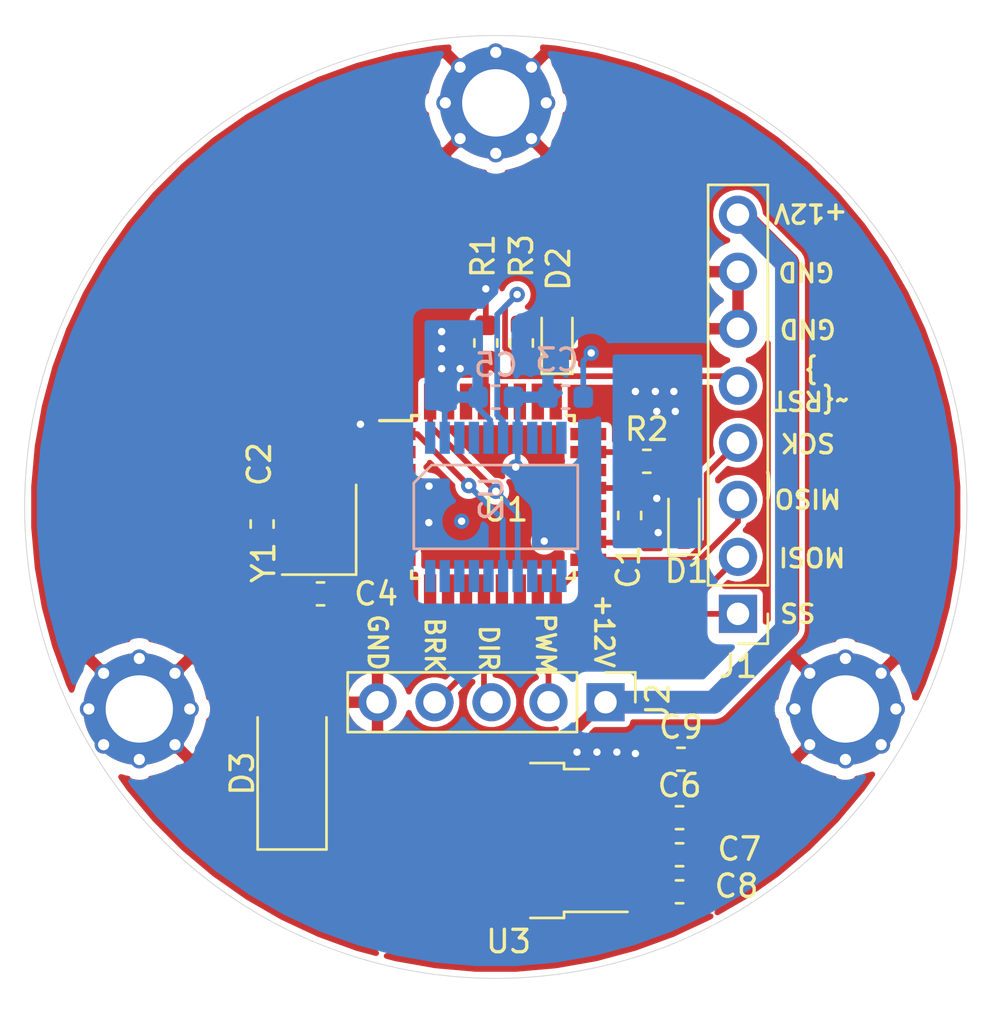
<source format=kicad_pcb>
(kicad_pcb (version 20171130) (host pcbnew "(5.1.6)-1")

  (general
    (thickness 0.8)
    (drawings 15)
    (tracks 168)
    (zones 0)
    (modules 24)
    (nets 20)
  )

  (page A4)
  (layers
    (0 F.Cu signal)
    (31 B.Cu signal)
    (32 B.Adhes user)
    (33 F.Adhes user)
    (34 B.Paste user)
    (35 F.Paste user hide)
    (36 B.SilkS user)
    (37 F.SilkS user)
    (38 B.Mask user)
    (39 F.Mask user)
    (40 Dwgs.User user)
    (41 Cmts.User user)
    (42 Eco1.User user)
    (43 Eco2.User user)
    (44 Edge.Cuts user)
    (45 Margin user)
    (46 B.CrtYd user)
    (47 F.CrtYd user)
    (48 B.Fab user hide)
    (49 F.Fab user hide)
  )

  (setup
    (last_trace_width 0.254)
    (user_trace_width 0.095)
    (user_trace_width 0.127)
    (user_trace_width 0.254)
    (user_trace_width 0.508)
    (user_trace_width 0.762)
    (user_trace_width 1.016)
    (trace_clearance 0.127)
    (zone_clearance 0.254)
    (zone_45_only no)
    (trace_min 0.0889)
    (via_size 0.6858)
    (via_drill 0.3302)
    (via_min_size 0.45)
    (via_min_drill 0.2)
    (user_via 0.6858 0.3302)
    (user_via 0.889 0.381)
    (uvia_size 0.6858)
    (uvia_drill 0.3302)
    (uvias_allowed no)
    (uvia_min_size 0.2)
    (uvia_min_drill 0.1)
    (edge_width 0.0381)
    (segment_width 0.254)
    (pcb_text_width 0.3048)
    (pcb_text_size 1.524 1.524)
    (mod_edge_width 0.1524)
    (mod_text_size 0.8128 0.8128)
    (mod_text_width 0.1524)
    (pad_size 5 5)
    (pad_drill 3)
    (pad_to_mask_clearance 0)
    (solder_mask_min_width 0.1016)
    (aux_axis_origin 0 0)
    (visible_elements 7FFFFFFF)
    (pcbplotparams
      (layerselection 0x010fc_ffffffff)
      (usegerberextensions false)
      (usegerberattributes true)
      (usegerberadvancedattributes true)
      (creategerberjobfile true)
      (excludeedgelayer true)
      (linewidth 0.100000)
      (plotframeref false)
      (viasonmask false)
      (mode 1)
      (useauxorigin false)
      (hpglpennumber 1)
      (hpglpenspeed 20)
      (hpglpendiameter 15.000000)
      (psnegative false)
      (psa4output false)
      (plotreference true)
      (plotvalue true)
      (plotinvisibletext false)
      (padsonsilk false)
      (subtractmaskfromsilk false)
      (outputformat 1)
      (mirror false)
      (drillshape 0)
      (scaleselection 1)
      (outputdirectory "Cam/"))
  )

  (net 0 "")
  (net 1 GND)
  (net 2 +5V)
  (net 3 "Net-(D1-Pad2)")
  (net 4 "Net-(D2-Pad2)")
  (net 5 ~RST)
  (net 6 "Net-(R2-Pad1)")
  (net 7 "Net-(R3-Pad1)")
  (net 8 INT0)
  (net 9 SCK)
  (net 10 MISO)
  (net 11 MOSI)
  (net 12 SS)
  (net 13 PWM)
  (net 14 DIR)
  (net 15 BRAKE)
  (net 16 /XTAL2)
  (net 17 /XTAL1)
  (net 18 INT1)
  (net 19 +12V)

  (net_class Default "This is the default net class."
    (clearance 0.127)
    (trace_width 0.254)
    (via_dia 0.6858)
    (via_drill 0.3302)
    (uvia_dia 0.6858)
    (uvia_drill 0.3302)
    (diff_pair_width 0.1524)
    (diff_pair_gap 0.254)
    (add_net +12V)
    (add_net +5V)
    (add_net /XTAL1)
    (add_net /XTAL2)
    (add_net BRAKE)
    (add_net DIR)
    (add_net GND)
    (add_net INT0)
    (add_net INT1)
    (add_net MISO)
    (add_net MOSI)
    (add_net "Net-(D1-Pad2)")
    (add_net "Net-(D2-Pad2)")
    (add_net "Net-(R2-Pad1)")
    (add_net "Net-(R3-Pad1)")
    (add_net PWM)
    (add_net SCK)
    (add_net SS)
    (add_net ~RST)
  )

  (module Crystal:Crystal_SMD_3225-4Pin_3.2x2.5mm (layer F.Cu) (tedit 5A0FD1B2) (tstamp 60018A69)
    (at 106.426 89.916 90)
    (descr "SMD Crystal SERIES SMD3225/4 http://www.txccrystal.com/images/pdf/7m-accuracy.pdf, 3.2x2.5mm^2 package")
    (tags "SMD SMT crystal")
    (path /6001B460)
    (attr smd)
    (fp_text reference Y1 (at -1.4605 -2.4765 90) (layer F.SilkS)
      (effects (font (size 1 1) (thickness 0.15)))
    )
    (fp_text value 16MHz (at 0 2.45 90) (layer F.Fab)
      (effects (font (size 1 1) (thickness 0.15)))
    )
    (fp_line (start 2.1 -1.7) (end -2.1 -1.7) (layer F.CrtYd) (width 0.05))
    (fp_line (start 2.1 1.7) (end 2.1 -1.7) (layer F.CrtYd) (width 0.05))
    (fp_line (start -2.1 1.7) (end 2.1 1.7) (layer F.CrtYd) (width 0.05))
    (fp_line (start -2.1 -1.7) (end -2.1 1.7) (layer F.CrtYd) (width 0.05))
    (fp_line (start -2 1.65) (end 2 1.65) (layer F.SilkS) (width 0.12))
    (fp_line (start -2 -1.65) (end -2 1.65) (layer F.SilkS) (width 0.12))
    (fp_line (start -1.6 0.25) (end -0.6 1.25) (layer F.Fab) (width 0.1))
    (fp_line (start 1.6 -1.25) (end -1.6 -1.25) (layer F.Fab) (width 0.1))
    (fp_line (start 1.6 1.25) (end 1.6 -1.25) (layer F.Fab) (width 0.1))
    (fp_line (start -1.6 1.25) (end 1.6 1.25) (layer F.Fab) (width 0.1))
    (fp_line (start -1.6 -1.25) (end -1.6 1.25) (layer F.Fab) (width 0.1))
    (fp_text user %R (at 0 0 90) (layer F.Fab)
      (effects (font (size 0.7 0.7) (thickness 0.105)))
    )
    (pad 4 smd rect (at -1.1 -0.85 90) (size 1.4 1.2) (layers F.Cu F.Paste F.Mask)
      (net 1 GND))
    (pad 3 smd rect (at 1.1 -0.85 90) (size 1.4 1.2) (layers F.Cu F.Paste F.Mask)
      (net 17 /XTAL1))
    (pad 2 smd rect (at 1.1 0.85 90) (size 1.4 1.2) (layers F.Cu F.Paste F.Mask)
      (net 1 GND))
    (pad 1 smd rect (at -1.1 0.85 90) (size 1.4 1.2) (layers F.Cu F.Paste F.Mask)
      (net 16 /XTAL2))
    (model ${KISYS3DMOD}/Crystal.3dshapes/Crystal_SMD_3225-4Pin_3.2x2.5mm.wrl
      (at (xyz 0 0 0))
      (scale (xyz 1 1 1))
      (rotate (xyz 0 0 0))
    )
  )

  (module Connector_PinHeader_2.54mm:PinHeader_1x08_P2.54mm_Vertical (layer F.Cu) (tedit 59FED5CC) (tstamp 6001A004)
    (at 125.095 93.6625 180)
    (descr "Through hole straight pin header, 1x08, 2.54mm pitch, single row")
    (tags "Through hole pin header THT 1x08 2.54mm single row")
    (path /6015C3B5)
    (fp_text reference J1 (at 0 -2.33) (layer F.SilkS)
      (effects (font (size 1 1) (thickness 0.15)))
    )
    (fp_text value Conn_01x08_Female (at 0 20.11) (layer F.Fab)
      (effects (font (size 1 1) (thickness 0.15)))
    )
    (fp_line (start 1.8 -1.8) (end -1.8 -1.8) (layer F.CrtYd) (width 0.05))
    (fp_line (start 1.8 19.55) (end 1.8 -1.8) (layer F.CrtYd) (width 0.05))
    (fp_line (start -1.8 19.55) (end 1.8 19.55) (layer F.CrtYd) (width 0.05))
    (fp_line (start -1.8 -1.8) (end -1.8 19.55) (layer F.CrtYd) (width 0.05))
    (fp_line (start -1.33 -1.33) (end 0 -1.33) (layer F.SilkS) (width 0.12))
    (fp_line (start -1.33 0) (end -1.33 -1.33) (layer F.SilkS) (width 0.12))
    (fp_line (start -1.33 1.27) (end 1.33 1.27) (layer F.SilkS) (width 0.12))
    (fp_line (start 1.33 1.27) (end 1.33 19.11) (layer F.SilkS) (width 0.12))
    (fp_line (start -1.33 1.27) (end -1.33 19.11) (layer F.SilkS) (width 0.12))
    (fp_line (start -1.33 19.11) (end 1.33 19.11) (layer F.SilkS) (width 0.12))
    (fp_line (start -1.27 -0.635) (end -0.635 -1.27) (layer F.Fab) (width 0.1))
    (fp_line (start -1.27 19.05) (end -1.27 -0.635) (layer F.Fab) (width 0.1))
    (fp_line (start 1.27 19.05) (end -1.27 19.05) (layer F.Fab) (width 0.1))
    (fp_line (start 1.27 -1.27) (end 1.27 19.05) (layer F.Fab) (width 0.1))
    (fp_line (start -0.635 -1.27) (end 1.27 -1.27) (layer F.Fab) (width 0.1))
    (fp_text user %R (at 0 8.89 90) (layer F.Fab)
      (effects (font (size 1 1) (thickness 0.15)))
    )
    (pad 8 thru_hole oval (at 0 17.78 180) (size 1.7 1.7) (drill 1) (layers *.Cu *.Mask)
      (net 19 +12V))
    (pad 7 thru_hole oval (at 0 15.24 180) (size 1.7 1.7) (drill 1) (layers *.Cu *.Mask)
      (net 1 GND))
    (pad 6 thru_hole oval (at 0 12.7 180) (size 1.7 1.7) (drill 1) (layers *.Cu *.Mask)
      (net 1 GND))
    (pad 5 thru_hole oval (at 0 10.16 180) (size 1.7 1.7) (drill 1) (layers *.Cu *.Mask)
      (net 5 ~RST))
    (pad 4 thru_hole oval (at 0 7.62 180) (size 1.7 1.7) (drill 1) (layers *.Cu *.Mask)
      (net 9 SCK))
    (pad 3 thru_hole oval (at 0 5.08 180) (size 1.7 1.7) (drill 1) (layers *.Cu *.Mask)
      (net 10 MISO))
    (pad 2 thru_hole oval (at 0 2.54 180) (size 1.7 1.7) (drill 1) (layers *.Cu *.Mask)
      (net 11 MOSI))
    (pad 1 thru_hole rect (at 0 0 180) (size 1.7 1.7) (drill 1) (layers *.Cu *.Mask)
      (net 12 SS))
    (model ${KISYS3DMOD}/Connector_PinHeader_2.54mm.3dshapes/PinHeader_1x08_P2.54mm_Vertical.wrl
      (at (xyz 0 0 0))
      (scale (xyz 1 1 1))
      (rotate (xyz 0 0 0))
    )
  )

  (module Diode_SMD:D_2010_5025Metric_Castellated (layer F.Cu) (tedit 5B301BBE) (tstamp 600D81F2)
    (at 105.2195 100.7745 90)
    (descr "Diode SMD 2010 (5025 Metric), castellated end terminal, IPC_7351 nominal, (Body size source: http://www.tortai-tech.com/upload/download/2011102023233369053.pdf), generated with kicad-footprint-generator")
    (tags "diode castellated")
    (path /60167845)
    (attr smd)
    (fp_text reference D3 (at 0 -2.22 90) (layer F.SilkS)
      (effects (font (size 1 1) (thickness 0.15)))
    )
    (fp_text value D_Small (at 0 2.22 90) (layer F.Fab)
      (effects (font (size 1 1) (thickness 0.15)))
    )
    (fp_line (start 3.38 1.52) (end -3.38 1.52) (layer F.CrtYd) (width 0.05))
    (fp_line (start 3.38 -1.52) (end 3.38 1.52) (layer F.CrtYd) (width 0.05))
    (fp_line (start -3.38 -1.52) (end 3.38 -1.52) (layer F.CrtYd) (width 0.05))
    (fp_line (start -3.38 1.52) (end -3.38 -1.52) (layer F.CrtYd) (width 0.05))
    (fp_line (start -3.385 1.535) (end 2.5 1.535) (layer F.SilkS) (width 0.12))
    (fp_line (start -3.385 -1.535) (end -3.385 1.535) (layer F.SilkS) (width 0.12))
    (fp_line (start 2.5 -1.535) (end -3.385 -1.535) (layer F.SilkS) (width 0.12))
    (fp_line (start 2.5 1.25) (end 2.5 -1.25) (layer F.Fab) (width 0.1))
    (fp_line (start -2.5 1.25) (end 2.5 1.25) (layer F.Fab) (width 0.1))
    (fp_line (start -2.5 -0.625) (end -2.5 1.25) (layer F.Fab) (width 0.1))
    (fp_line (start -1.875 -1.25) (end -2.5 -0.625) (layer F.Fab) (width 0.1))
    (fp_line (start 2.5 -1.25) (end -1.875 -1.25) (layer F.Fab) (width 0.1))
    (fp_text user %R (at 0 0 90) (layer F.Fab)
      (effects (font (size 1 1) (thickness 0.15)))
    )
    (pad 2 smd roundrect (at 2.275 0 90) (size 1.7 2.55) (layers F.Cu F.Paste F.Mask) (roundrect_rratio 0.147059)
      (net 1 GND))
    (pad 1 smd roundrect (at -2.275 0 90) (size 1.7 2.55) (layers F.Cu F.Paste F.Mask) (roundrect_rratio 0.147059)
      (net 19 +12V))
    (model ${KISYS3DMOD}/Diode_SMD.3dshapes/D_2010_5025Metric_Castellated.wrl
      (at (xyz 0 0 0))
      (scale (xyz 1 1 1))
      (rotate (xyz 0 0 0))
    )
  )

  (module Package_TO_SOT_SMD:TO-252-2 (layer F.Cu) (tedit 5A70A390) (tstamp 600D83CF)
    (at 114.8715 103.759 180)
    (descr "TO-252 / DPAK SMD package, http://www.infineon.com/cms/en/product/packages/PG-TO252/PG-TO252-3-1/")
    (tags "DPAK TO-252 DPAK-3 TO-252-3 SOT-428")
    (path /60116873)
    (attr smd)
    (fp_text reference U3 (at 0 -4.5) (layer F.SilkS)
      (effects (font (size 1 1) (thickness 0.15)))
    )
    (fp_text value MC7805 (at 0 4.5) (layer F.Fab)
      (effects (font (size 1 1) (thickness 0.15)))
    )
    (fp_line (start 5.55 -3.5) (end -5.55 -3.5) (layer F.CrtYd) (width 0.05))
    (fp_line (start 5.55 3.5) (end 5.55 -3.5) (layer F.CrtYd) (width 0.05))
    (fp_line (start -5.55 3.5) (end 5.55 3.5) (layer F.CrtYd) (width 0.05))
    (fp_line (start -5.55 -3.5) (end -5.55 3.5) (layer F.CrtYd) (width 0.05))
    (fp_line (start -2.47 3.18) (end -3.57 3.18) (layer F.SilkS) (width 0.12))
    (fp_line (start -2.47 3.45) (end -2.47 3.18) (layer F.SilkS) (width 0.12))
    (fp_line (start -0.97 3.45) (end -2.47 3.45) (layer F.SilkS) (width 0.12))
    (fp_line (start -2.47 -3.18) (end -5.3 -3.18) (layer F.SilkS) (width 0.12))
    (fp_line (start -2.47 -3.45) (end -2.47 -3.18) (layer F.SilkS) (width 0.12))
    (fp_line (start -0.97 -3.45) (end -2.47 -3.45) (layer F.SilkS) (width 0.12))
    (fp_line (start -4.97 2.655) (end -2.27 2.655) (layer F.Fab) (width 0.1))
    (fp_line (start -4.97 1.905) (end -4.97 2.655) (layer F.Fab) (width 0.1))
    (fp_line (start -2.27 1.905) (end -4.97 1.905) (layer F.Fab) (width 0.1))
    (fp_line (start -4.97 -1.905) (end -2.27 -1.905) (layer F.Fab) (width 0.1))
    (fp_line (start -4.97 -2.655) (end -4.97 -1.905) (layer F.Fab) (width 0.1))
    (fp_line (start -1.865 -2.655) (end -4.97 -2.655) (layer F.Fab) (width 0.1))
    (fp_line (start -1.27 -3.25) (end 3.95 -3.25) (layer F.Fab) (width 0.1))
    (fp_line (start -2.27 -2.25) (end -1.27 -3.25) (layer F.Fab) (width 0.1))
    (fp_line (start -2.27 3.25) (end -2.27 -2.25) (layer F.Fab) (width 0.1))
    (fp_line (start 3.95 3.25) (end -2.27 3.25) (layer F.Fab) (width 0.1))
    (fp_line (start 3.95 -3.25) (end 3.95 3.25) (layer F.Fab) (width 0.1))
    (fp_line (start 4.95 2.7) (end 3.95 2.7) (layer F.Fab) (width 0.1))
    (fp_line (start 4.95 -2.7) (end 4.95 2.7) (layer F.Fab) (width 0.1))
    (fp_line (start 3.95 -2.7) (end 4.95 -2.7) (layer F.Fab) (width 0.1))
    (fp_text user %R (at 0 0) (layer F.Fab)
      (effects (font (size 1 1) (thickness 0.15)))
    )
    (pad "" smd rect (at 0.425 1.525 180) (size 3.05 2.75) (layers F.Paste))
    (pad "" smd rect (at 3.775 -1.525 180) (size 3.05 2.75) (layers F.Paste))
    (pad "" smd rect (at 0.425 -1.525 180) (size 3.05 2.75) (layers F.Paste))
    (pad "" smd rect (at 3.775 1.525 180) (size 3.05 2.75) (layers F.Paste))
    (pad 2 smd rect (at 2.1 0 180) (size 6.4 5.8) (layers F.Cu F.Mask)
      (net 1 GND))
    (pad 3 smd rect (at -4.2 2.28 180) (size 2.2 1.2) (layers F.Cu F.Paste F.Mask)
      (net 2 +5V))
    (pad 1 smd rect (at -4.2 -2.28 180) (size 2.2 1.2) (layers F.Cu F.Paste F.Mask)
      (net 19 +12V))
    (model ${KISYS3DMOD}/Package_TO_SOT_SMD.3dshapes/TO-252-2.wrl
      (at (xyz 0 0 0))
      (scale (xyz 1 1 1))
      (rotate (xyz 0 0 0))
    )
  )

  (module Connector_PinHeader_2.54mm:PinHeader_1x05_P2.54mm_Vertical (layer F.Cu) (tedit 59FED5CC) (tstamp 600D829F)
    (at 119.1895 97.5995 270)
    (descr "Through hole straight pin header, 1x05, 2.54mm pitch, single row")
    (tags "Through hole pin header THT 1x05 2.54mm single row")
    (path /60151D40)
    (fp_text reference J2 (at 0 -2.33 90) (layer F.SilkS)
      (effects (font (size 1 1) (thickness 0.15)))
    )
    (fp_text value Conn_01x05_Female (at 0 12.49 90) (layer F.Fab)
      (effects (font (size 1 1) (thickness 0.15)))
    )
    (fp_line (start 1.8 -1.8) (end -1.8 -1.8) (layer F.CrtYd) (width 0.05))
    (fp_line (start 1.8 11.95) (end 1.8 -1.8) (layer F.CrtYd) (width 0.05))
    (fp_line (start -1.8 11.95) (end 1.8 11.95) (layer F.CrtYd) (width 0.05))
    (fp_line (start -1.8 -1.8) (end -1.8 11.95) (layer F.CrtYd) (width 0.05))
    (fp_line (start -1.33 -1.33) (end 0 -1.33) (layer F.SilkS) (width 0.12))
    (fp_line (start -1.33 0) (end -1.33 -1.33) (layer F.SilkS) (width 0.12))
    (fp_line (start -1.33 1.27) (end 1.33 1.27) (layer F.SilkS) (width 0.12))
    (fp_line (start 1.33 1.27) (end 1.33 11.49) (layer F.SilkS) (width 0.12))
    (fp_line (start -1.33 1.27) (end -1.33 11.49) (layer F.SilkS) (width 0.12))
    (fp_line (start -1.33 11.49) (end 1.33 11.49) (layer F.SilkS) (width 0.12))
    (fp_line (start -1.27 -0.635) (end -0.635 -1.27) (layer F.Fab) (width 0.1))
    (fp_line (start -1.27 11.43) (end -1.27 -0.635) (layer F.Fab) (width 0.1))
    (fp_line (start 1.27 11.43) (end -1.27 11.43) (layer F.Fab) (width 0.1))
    (fp_line (start 1.27 -1.27) (end 1.27 11.43) (layer F.Fab) (width 0.1))
    (fp_line (start -0.635 -1.27) (end 1.27 -1.27) (layer F.Fab) (width 0.1))
    (fp_text user %R (at 0 5.08) (layer F.Fab)
      (effects (font (size 1 1) (thickness 0.15)))
    )
    (pad 5 thru_hole oval (at 0 10.16 270) (size 1.7 1.7) (drill 1) (layers *.Cu *.Mask)
      (net 1 GND))
    (pad 4 thru_hole oval (at 0 7.62 270) (size 1.7 1.7) (drill 1) (layers *.Cu *.Mask)
      (net 15 BRAKE))
    (pad 3 thru_hole oval (at 0 5.08 270) (size 1.7 1.7) (drill 1) (layers *.Cu *.Mask)
      (net 14 DIR))
    (pad 2 thru_hole oval (at 0 2.54 270) (size 1.7 1.7) (drill 1) (layers *.Cu *.Mask)
      (net 13 PWM))
    (pad 1 thru_hole rect (at 0 0 270) (size 1.7 1.7) (drill 1) (layers *.Cu *.Mask)
      (net 19 +12V))
    (model ${KISYS3DMOD}/Connector_PinHeader_2.54mm.3dshapes/PinHeader_1x05_P2.54mm_Vertical.wrl
      (at (xyz 0 0 0))
      (scale (xyz 1 1 1))
      (rotate (xyz 0 0 0))
    )
  )

  (module Capacitor_SMD:C_0603_1608Metric (layer F.Cu) (tedit 5B301BBE) (tstamp 600D8192)
    (at 122.555 100.1395)
    (descr "Capacitor SMD 0603 (1608 Metric), square (rectangular) end terminal, IPC_7351 nominal, (Body size source: http://www.tortai-tech.com/upload/download/2011102023233369053.pdf), generated with kicad-footprint-generator")
    (tags capacitor)
    (path /60131ED5)
    (attr smd)
    (fp_text reference C9 (at 0 -1.43) (layer F.SilkS)
      (effects (font (size 1 1) (thickness 0.15)))
    )
    (fp_text value 1uF (at 0 1.43) (layer F.Fab)
      (effects (font (size 1 1) (thickness 0.15)))
    )
    (fp_line (start 1.48 0.73) (end -1.48 0.73) (layer F.CrtYd) (width 0.05))
    (fp_line (start 1.48 -0.73) (end 1.48 0.73) (layer F.CrtYd) (width 0.05))
    (fp_line (start -1.48 -0.73) (end 1.48 -0.73) (layer F.CrtYd) (width 0.05))
    (fp_line (start -1.48 0.73) (end -1.48 -0.73) (layer F.CrtYd) (width 0.05))
    (fp_line (start -0.162779 0.51) (end 0.162779 0.51) (layer F.SilkS) (width 0.12))
    (fp_line (start -0.162779 -0.51) (end 0.162779 -0.51) (layer F.SilkS) (width 0.12))
    (fp_line (start 0.8 0.4) (end -0.8 0.4) (layer F.Fab) (width 0.1))
    (fp_line (start 0.8 -0.4) (end 0.8 0.4) (layer F.Fab) (width 0.1))
    (fp_line (start -0.8 -0.4) (end 0.8 -0.4) (layer F.Fab) (width 0.1))
    (fp_line (start -0.8 0.4) (end -0.8 -0.4) (layer F.Fab) (width 0.1))
    (fp_text user %R (at 0 0) (layer F.Fab)
      (effects (font (size 0.4 0.4) (thickness 0.06)))
    )
    (pad 2 smd roundrect (at 0.7875 0) (size 0.875 0.95) (layers F.Cu F.Paste F.Mask) (roundrect_rratio 0.25)
      (net 1 GND))
    (pad 1 smd roundrect (at -0.7875 0) (size 0.875 0.95) (layers F.Cu F.Paste F.Mask) (roundrect_rratio 0.25)
      (net 2 +5V))
    (model ${KISYS3DMOD}/Capacitor_SMD.3dshapes/C_0603_1608Metric.wrl
      (at (xyz 0 0 0))
      (scale (xyz 1 1 1))
      (rotate (xyz 0 0 0))
    )
  )

  (module Capacitor_SMD:C_0603_1608Metric (layer F.Cu) (tedit 5B301BBE) (tstamp 600D87FE)
    (at 122.4915 106.045)
    (descr "Capacitor SMD 0603 (1608 Metric), square (rectangular) end terminal, IPC_7351 nominal, (Body size source: http://www.tortai-tech.com/upload/download/2011102023233369053.pdf), generated with kicad-footprint-generator")
    (tags capacitor)
    (path /6011CCA4)
    (attr smd)
    (fp_text reference C8 (at 2.54 -0.254) (layer F.SilkS)
      (effects (font (size 1 1) (thickness 0.15)))
    )
    (fp_text value 0.1uF (at 0 1.43) (layer F.Fab)
      (effects (font (size 1 1) (thickness 0.15)))
    )
    (fp_line (start 1.48 0.73) (end -1.48 0.73) (layer F.CrtYd) (width 0.05))
    (fp_line (start 1.48 -0.73) (end 1.48 0.73) (layer F.CrtYd) (width 0.05))
    (fp_line (start -1.48 -0.73) (end 1.48 -0.73) (layer F.CrtYd) (width 0.05))
    (fp_line (start -1.48 0.73) (end -1.48 -0.73) (layer F.CrtYd) (width 0.05))
    (fp_line (start -0.162779 0.51) (end 0.162779 0.51) (layer F.SilkS) (width 0.12))
    (fp_line (start -0.162779 -0.51) (end 0.162779 -0.51) (layer F.SilkS) (width 0.12))
    (fp_line (start 0.8 0.4) (end -0.8 0.4) (layer F.Fab) (width 0.1))
    (fp_line (start 0.8 -0.4) (end 0.8 0.4) (layer F.Fab) (width 0.1))
    (fp_line (start -0.8 -0.4) (end 0.8 -0.4) (layer F.Fab) (width 0.1))
    (fp_line (start -0.8 0.4) (end -0.8 -0.4) (layer F.Fab) (width 0.1))
    (fp_text user %R (at 0 0) (layer F.Fab)
      (effects (font (size 0.4 0.4) (thickness 0.06)))
    )
    (pad 2 smd roundrect (at 0.7875 0) (size 0.875 0.95) (layers F.Cu F.Paste F.Mask) (roundrect_rratio 0.25)
      (net 1 GND))
    (pad 1 smd roundrect (at -0.7875 0) (size 0.875 0.95) (layers F.Cu F.Paste F.Mask) (roundrect_rratio 0.25)
      (net 19 +12V))
    (model ${KISYS3DMOD}/Capacitor_SMD.3dshapes/C_0603_1608Metric.wrl
      (at (xyz 0 0 0))
      (scale (xyz 1 1 1))
      (rotate (xyz 0 0 0))
    )
  )

  (module Capacitor_SMD:C_0603_1608Metric (layer F.Cu) (tedit 5B301BBE) (tstamp 600D8170)
    (at 122.4915 104.394)
    (descr "Capacitor SMD 0603 (1608 Metric), square (rectangular) end terminal, IPC_7351 nominal, (Body size source: http://www.tortai-tech.com/upload/download/2011102023233369053.pdf), generated with kicad-footprint-generator")
    (tags capacitor)
    (path /6011ADC3)
    (attr smd)
    (fp_text reference C7 (at 2.667 -0.254) (layer F.SilkS)
      (effects (font (size 1 1) (thickness 0.15)))
    )
    (fp_text value 0.1uF (at 0 1.43) (layer F.Fab)
      (effects (font (size 1 1) (thickness 0.15)))
    )
    (fp_line (start 1.48 0.73) (end -1.48 0.73) (layer F.CrtYd) (width 0.05))
    (fp_line (start 1.48 -0.73) (end 1.48 0.73) (layer F.CrtYd) (width 0.05))
    (fp_line (start -1.48 -0.73) (end 1.48 -0.73) (layer F.CrtYd) (width 0.05))
    (fp_line (start -1.48 0.73) (end -1.48 -0.73) (layer F.CrtYd) (width 0.05))
    (fp_line (start -0.162779 0.51) (end 0.162779 0.51) (layer F.SilkS) (width 0.12))
    (fp_line (start -0.162779 -0.51) (end 0.162779 -0.51) (layer F.SilkS) (width 0.12))
    (fp_line (start 0.8 0.4) (end -0.8 0.4) (layer F.Fab) (width 0.1))
    (fp_line (start 0.8 -0.4) (end 0.8 0.4) (layer F.Fab) (width 0.1))
    (fp_line (start -0.8 -0.4) (end 0.8 -0.4) (layer F.Fab) (width 0.1))
    (fp_line (start -0.8 0.4) (end -0.8 -0.4) (layer F.Fab) (width 0.1))
    (fp_text user %R (at -0.127 0.03) (layer F.Fab)
      (effects (font (size 0.4 0.4) (thickness 0.06)))
    )
    (pad 2 smd roundrect (at 0.7875 0) (size 0.875 0.95) (layers F.Cu F.Paste F.Mask) (roundrect_rratio 0.25)
      (net 1 GND))
    (pad 1 smd roundrect (at -0.7875 0) (size 0.875 0.95) (layers F.Cu F.Paste F.Mask) (roundrect_rratio 0.25)
      (net 19 +12V))
    (model ${KISYS3DMOD}/Capacitor_SMD.3dshapes/C_0603_1608Metric.wrl
      (at (xyz 0 0 0))
      (scale (xyz 1 1 1))
      (rotate (xyz 0 0 0))
    )
  )

  (module Capacitor_SMD:C_0603_1608Metric (layer F.Cu) (tedit 5B301BBE) (tstamp 600D815F)
    (at 122.4915 102.743)
    (descr "Capacitor SMD 0603 (1608 Metric), square (rectangular) end terminal, IPC_7351 nominal, (Body size source: http://www.tortai-tech.com/upload/download/2011102023233369053.pdf), generated with kicad-footprint-generator")
    (tags capacitor)
    (path /6011D05F)
    (attr smd)
    (fp_text reference C6 (at 0 -1.43) (layer F.SilkS)
      (effects (font (size 1 1) (thickness 0.15)))
    )
    (fp_text value 0.1uF (at 0 1.43) (layer F.Fab)
      (effects (font (size 1 1) (thickness 0.15)))
    )
    (fp_line (start 1.48 0.73) (end -1.48 0.73) (layer F.CrtYd) (width 0.05))
    (fp_line (start 1.48 -0.73) (end 1.48 0.73) (layer F.CrtYd) (width 0.05))
    (fp_line (start -1.48 -0.73) (end 1.48 -0.73) (layer F.CrtYd) (width 0.05))
    (fp_line (start -1.48 0.73) (end -1.48 -0.73) (layer F.CrtYd) (width 0.05))
    (fp_line (start -0.162779 0.51) (end 0.162779 0.51) (layer F.SilkS) (width 0.12))
    (fp_line (start -0.162779 -0.51) (end 0.162779 -0.51) (layer F.SilkS) (width 0.12))
    (fp_line (start 0.8 0.4) (end -0.8 0.4) (layer F.Fab) (width 0.1))
    (fp_line (start 0.8 -0.4) (end 0.8 0.4) (layer F.Fab) (width 0.1))
    (fp_line (start -0.8 -0.4) (end 0.8 -0.4) (layer F.Fab) (width 0.1))
    (fp_line (start -0.8 0.4) (end -0.8 -0.4) (layer F.Fab) (width 0.1))
    (fp_text user %R (at 0 0) (layer F.Fab)
      (effects (font (size 0.4 0.4) (thickness 0.06)))
    )
    (pad 2 smd roundrect (at 0.7875 0) (size 0.875 0.95) (layers F.Cu F.Paste F.Mask) (roundrect_rratio 0.25)
      (net 1 GND))
    (pad 1 smd roundrect (at -0.7875 0) (size 0.875 0.95) (layers F.Cu F.Paste F.Mask) (roundrect_rratio 0.25)
      (net 19 +12V))
    (model ${KISYS3DMOD}/Capacitor_SMD.3dshapes/C_0603_1608Metric.wrl
      (at (xyz 0 0 0))
      (scale (xyz 1 1 1))
      (rotate (xyz 0 0 0))
    )
  )

  (module MountingHole:MountingHole_3mm_Pad_Via (layer F.Cu) (tedit 600CF8DF) (tstamp 60019FD6)
    (at 129.885 97.9)
    (descr "Mounting Hole 3mm")
    (tags "mounting hole 3mm")
    (path /6018F510)
    (attr virtual)
    (fp_text reference H3 (at 0 -4) (layer F.SilkS) hide
      (effects (font (size 1 1) (thickness 0.15)))
    )
    (fp_text value MountingHole_Pad (at 0 4) (layer F.Fab)
      (effects (font (size 1 1) (thickness 0.15)))
    )
    (fp_circle (center 0 0) (end 3.25 0) (layer F.CrtYd) (width 0.05))
    (fp_circle (center 0 0) (end 3 0) (layer Cmts.User) (width 0.15))
    (fp_text user %R (at 0.3 0) (layer F.Fab)
      (effects (font (size 1 1) (thickness 0.15)))
    )
    (pad 1 thru_hole circle (at 1.59099 -1.59099) (size 0.8 0.8) (drill 0.5) (layers *.Cu *.Mask)
      (net 1 GND))
    (pad 1 thru_hole circle (at 0 -2.25) (size 0.8 0.8) (drill 0.5) (layers *.Cu *.Mask)
      (net 1 GND))
    (pad 1 thru_hole circle (at -1.59099 -1.59099) (size 0.8 0.8) (drill 0.5) (layers *.Cu *.Mask)
      (net 1 GND))
    (pad 1 thru_hole circle (at -2.25 0) (size 0.8 0.8) (drill 0.5) (layers *.Cu *.Mask)
      (net 1 GND))
    (pad 1 thru_hole circle (at -1.59099 1.59099) (size 0.8 0.8) (drill 0.5) (layers *.Cu *.Mask)
      (net 1 GND))
    (pad 1 thru_hole circle (at 0 2.25) (size 0.8 0.8) (drill 0.5) (layers *.Cu *.Mask)
      (net 1 GND))
    (pad 1 thru_hole circle (at 1.59099 1.59099) (size 0.8 0.8) (drill 0.5) (layers *.Cu *.Mask)
      (net 1 GND))
    (pad 1 thru_hole circle (at 2.25 0) (size 0.8 0.8) (drill 0.5) (layers *.Cu *.Mask)
      (net 1 GND))
    (pad 1 thru_hole circle (at 0 0) (size 5 5) (drill 3) (layers *.Cu *.Mask)
      (net 1 GND))
  )

  (module MountingHole:MountingHole_3mm_Pad_Via (layer F.Cu) (tedit 600CF8CD) (tstamp 60019FC6)
    (at 114.3 70.9)
    (descr "Mounting Hole 3mm")
    (tags "mounting hole 3mm")
    (path /6018F7D4)
    (attr virtual)
    (fp_text reference H2 (at 0 -4) (layer F.SilkS) hide
      (effects (font (size 1 1) (thickness 0.15)))
    )
    (fp_text value MountingHole_Pad (at 0 4) (layer F.Fab)
      (effects (font (size 1 1) (thickness 0.15)))
    )
    (fp_circle (center 0 0) (end 3.25 0) (layer F.CrtYd) (width 0.05))
    (fp_circle (center 0 0) (end 3 0) (layer Cmts.User) (width 0.15))
    (fp_text user %R (at 0.3 0) (layer F.Fab)
      (effects (font (size 1 1) (thickness 0.15)))
    )
    (pad 1 thru_hole circle (at 1.59099 -1.59099) (size 0.8 0.8) (drill 0.5) (layers *.Cu *.Mask)
      (net 1 GND))
    (pad 1 thru_hole circle (at 0 -2.25) (size 0.8 0.8) (drill 0.5) (layers *.Cu *.Mask)
      (net 1 GND))
    (pad 1 thru_hole circle (at -1.59099 -1.59099) (size 0.8 0.8) (drill 0.5) (layers *.Cu *.Mask)
      (net 1 GND))
    (pad 1 thru_hole circle (at -2.25 0) (size 0.8 0.8) (drill 0.5) (layers *.Cu *.Mask)
      (net 1 GND))
    (pad 1 thru_hole circle (at -1.59099 1.59099) (size 0.8 0.8) (drill 0.5) (layers *.Cu *.Mask)
      (net 1 GND))
    (pad 1 thru_hole circle (at 0 2.25) (size 0.8 0.8) (drill 0.5) (layers *.Cu *.Mask)
      (net 1 GND))
    (pad 1 thru_hole circle (at 1.59099 1.59099) (size 0.8 0.8) (drill 0.5) (layers *.Cu *.Mask)
      (net 1 GND))
    (pad 1 thru_hole circle (at 2.25 0) (size 0.8 0.8) (drill 0.5) (layers *.Cu *.Mask)
      (net 1 GND))
    (pad 1 thru_hole circle (at 0 0) (size 5 5) (drill 3) (layers *.Cu *.Mask)
      (net 1 GND))
  )

  (module MountingHole:MountingHole_3mm_Pad_Via (layer F.Cu) (tedit 600CF8C3) (tstamp 600621C5)
    (at 98.411 97.9)
    (descr "Mounting Hole 3mm")
    (tags "mounting hole 3mm")
    (path /6018D841)
    (attr virtual)
    (fp_text reference H1 (at 0 -4) (layer F.SilkS) hide
      (effects (font (size 1 1) (thickness 0.15)))
    )
    (fp_text value MountingHole_Pad (at 0 4) (layer F.Fab)
      (effects (font (size 1 1) (thickness 0.15)))
    )
    (fp_circle (center 0 0) (end 3.25 0) (layer F.CrtYd) (width 0.05))
    (fp_circle (center 0 0) (end 3 0) (layer Cmts.User) (width 0.15))
    (fp_text user %R (at 0.3 0) (layer F.Fab)
      (effects (font (size 1 1) (thickness 0.15)))
    )
    (pad 1 thru_hole circle (at 1.59099 -1.59099) (size 0.8 0.8) (drill 0.5) (layers *.Cu *.Mask)
      (net 1 GND))
    (pad 1 thru_hole circle (at 0 -2.25) (size 0.8 0.8) (drill 0.5) (layers *.Cu *.Mask)
      (net 1 GND))
    (pad 1 thru_hole circle (at -1.59099 -1.59099) (size 0.8 0.8) (drill 0.5) (layers *.Cu *.Mask)
      (net 1 GND))
    (pad 1 thru_hole circle (at -2.25 0) (size 0.8 0.8) (drill 0.5) (layers *.Cu *.Mask)
      (net 1 GND))
    (pad 1 thru_hole circle (at -1.59099 1.59099) (size 0.8 0.8) (drill 0.5) (layers *.Cu *.Mask)
      (net 1 GND))
    (pad 1 thru_hole circle (at 0 2.25) (size 0.8 0.8) (drill 0.5) (layers *.Cu *.Mask)
      (net 1 GND))
    (pad 1 thru_hole circle (at 1.59099 1.59099) (size 0.8 0.8) (drill 0.5) (layers *.Cu *.Mask)
      (net 1 GND))
    (pad 1 thru_hole circle (at 2.25 0) (size 0.8 0.8) (drill 0.5) (layers *.Cu *.Mask)
      (net 1 GND))
    (pad 1 thru_hole circle (at 0 0) (size 5 5) (drill 3) (layers *.Cu *.Mask)
      (net 1 GND))
  )

  (module MotorSpeedController:SOIC-20 (layer B.Cu) (tedit 0) (tstamp 600188BD)
    (at 114.3 88.9)
    (path /60101634)
    (attr smd)
    (fp_text reference U2 (at -0.1905 -0.381 -90) (layer B.SilkS)
      (effects (font (size 1 1) (thickness 0.15)) (justify mirror))
    )
    (fp_text value AS5134 (at 0 0) (layer B.Fab)
      (effects (font (size 1 1) (thickness 0.15)) (justify mirror))
    )
    (fp_line (start -3.41 -4.05) (end -3.41 4.05) (layer B.CrtYd) (width 0.05))
    (fp_line (start 3.41 -4.05) (end -3.41 -4.05) (layer B.CrtYd) (width 0.05))
    (fp_line (start 3.41 4.05) (end 3.41 -4.05) (layer B.CrtYd) (width 0.05))
    (fp_line (start -3.41 4.05) (end 3.41 4.05) (layer B.CrtYd) (width 0.05))
    (fp_line (start 3.655 -1.865) (end -2.855 -1.865) (layer B.SilkS) (width 0.12))
    (fp_line (start 3.655 1.865) (end 3.655 -1.865) (layer B.SilkS) (width 0.12))
    (fp_line (start -3.655 1.865) (end 3.655 1.865) (layer B.SilkS) (width 0.12))
    (fp_line (start -3.655 -1.065) (end -3.655 1.865) (layer B.SilkS) (width 0.12))
    (fp_line (start -2.855 -1.865) (end -3.655 -1.065) (layer B.SilkS) (width 0.12))
    (pad 10 smd rect (at 2.925 -3.08) (size 0.46 1.43) (layers B.Cu B.Paste B.Mask))
    (pad 11 smd rect (at 2.925 3.08) (size 0.46 1.43) (layers B.Cu B.Paste B.Mask))
    (pad 9 smd rect (at 2.275 -3.08) (size 0.46 1.43) (layers B.Cu B.Paste B.Mask))
    (pad 12 smd rect (at 2.275 3.08) (size 0.46 1.43) (layers B.Cu B.Paste B.Mask))
    (pad 8 smd rect (at 1.625 -3.08) (size 0.46 1.43) (layers B.Cu B.Paste B.Mask))
    (pad 13 smd rect (at 1.625 3.08) (size 0.46 1.43) (layers B.Cu B.Paste B.Mask))
    (pad 7 smd rect (at 0.975 -3.08) (size 0.46 1.43) (layers B.Cu B.Paste B.Mask)
      (net 2 +5V))
    (pad 14 smd rect (at 0.975 3.08) (size 0.46 1.43) (layers B.Cu B.Paste B.Mask)
      (net 8 INT0))
    (pad 6 smd rect (at 0.325 -3.08) (size 0.46 1.43) (layers B.Cu B.Paste B.Mask)
      (net 7 "Net-(R3-Pad1)"))
    (pad 15 smd rect (at 0.325 3.08) (size 0.46 1.43) (layers B.Cu B.Paste B.Mask)
      (net 18 INT1))
    (pad 5 smd rect (at -0.325 -3.08) (size 0.46 1.43) (layers B.Cu B.Paste B.Mask)
      (net 1 GND))
    (pad 16 smd rect (at -0.325 3.08) (size 0.46 1.43) (layers B.Cu B.Paste B.Mask))
    (pad 4 smd rect (at -0.975 -3.08) (size 0.46 1.43) (layers B.Cu B.Paste B.Mask))
    (pad 17 smd rect (at -0.975 3.08) (size 0.46 1.43) (layers B.Cu B.Paste B.Mask))
    (pad 3 smd rect (at -1.625 -3.08) (size 0.46 1.43) (layers B.Cu B.Paste B.Mask))
    (pad 18 smd rect (at -1.625 3.08) (size 0.46 1.43) (layers B.Cu B.Paste B.Mask))
    (pad 2 smd rect (at -2.275 -3.08) (size 0.46 1.43) (layers B.Cu B.Paste B.Mask)
      (net 1 GND))
    (pad 19 smd rect (at -2.275 3.08) (size 0.46 1.43) (layers B.Cu B.Paste B.Mask))
    (pad 1 smd rect (at -2.925 -3.08) (size 0.46 1.43) (layers B.Cu B.Paste B.Mask))
    (pad 20 smd rect (at -2.925 3.08) (size 0.46 1.43) (layers B.Cu B.Paste B.Mask))
  )

  (module Package_QFP:TQFP-32_7x7mm_P0.8mm (layer F.Cu) (tedit 5A02F146) (tstamp 600186EC)
    (at 114.173 88.4555)
    (descr "32-Lead Plastic Thin Quad Flatpack (PT) - 7x7x1.0 mm Body, 2.00 mm [TQFP] (see Microchip Packaging Specification 00000049BS.pdf)")
    (tags "QFP 0.8")
    (path /6008DFAE)
    (attr smd)
    (fp_text reference U1 (at 0.5715 0.5715) (layer F.SilkS)
      (effects (font (size 1 1) (thickness 0.15)))
    )
    (fp_text value ATmega328P-AU (at 0 6.05) (layer F.Fab)
      (effects (font (size 1 1) (thickness 0.15)))
    )
    (fp_line (start -3.625 -3.4) (end -5.05 -3.4) (layer F.SilkS) (width 0.15))
    (fp_line (start 3.625 -3.625) (end 3.3 -3.625) (layer F.SilkS) (width 0.15))
    (fp_line (start 3.625 3.625) (end 3.3 3.625) (layer F.SilkS) (width 0.15))
    (fp_line (start -3.625 3.625) (end -3.3 3.625) (layer F.SilkS) (width 0.15))
    (fp_line (start -3.625 -3.625) (end -3.3 -3.625) (layer F.SilkS) (width 0.15))
    (fp_line (start -3.625 3.625) (end -3.625 3.3) (layer F.SilkS) (width 0.15))
    (fp_line (start 3.625 3.625) (end 3.625 3.3) (layer F.SilkS) (width 0.15))
    (fp_line (start 3.625 -3.625) (end 3.625 -3.3) (layer F.SilkS) (width 0.15))
    (fp_line (start -3.625 -3.625) (end -3.625 -3.4) (layer F.SilkS) (width 0.15))
    (fp_line (start -5.3 5.3) (end 5.3 5.3) (layer F.CrtYd) (width 0.05))
    (fp_line (start -5.3 -5.3) (end 5.3 -5.3) (layer F.CrtYd) (width 0.05))
    (fp_line (start 5.3 -5.3) (end 5.3 5.3) (layer F.CrtYd) (width 0.05))
    (fp_line (start -5.3 -5.3) (end -5.3 5.3) (layer F.CrtYd) (width 0.05))
    (fp_line (start -3.5 -2.5) (end -2.5 -3.5) (layer F.Fab) (width 0.15))
    (fp_line (start -3.5 3.5) (end -3.5 -2.5) (layer F.Fab) (width 0.15))
    (fp_line (start 3.5 3.5) (end -3.5 3.5) (layer F.Fab) (width 0.15))
    (fp_line (start 3.5 -3.5) (end 3.5 3.5) (layer F.Fab) (width 0.15))
    (fp_line (start -2.5 -3.5) (end 3.5 -3.5) (layer F.Fab) (width 0.15))
    (fp_text user %R (at 0 0) (layer F.Fab)
      (effects (font (size 1 1) (thickness 0.15)))
    )
    (pad 32 smd rect (at -2.8 -4.25 90) (size 1.6 0.55) (layers F.Cu F.Paste F.Mask)
      (net 8 INT0))
    (pad 31 smd rect (at -2 -4.25 90) (size 1.6 0.55) (layers F.Cu F.Paste F.Mask))
    (pad 30 smd rect (at -1.2 -4.25 90) (size 1.6 0.55) (layers F.Cu F.Paste F.Mask))
    (pad 29 smd rect (at -0.4 -4.25 90) (size 1.6 0.55) (layers F.Cu F.Paste F.Mask)
      (net 5 ~RST))
    (pad 28 smd rect (at 0.4 -4.25 90) (size 1.6 0.55) (layers F.Cu F.Paste F.Mask))
    (pad 27 smd rect (at 1.2 -4.25 90) (size 1.6 0.55) (layers F.Cu F.Paste F.Mask))
    (pad 26 smd rect (at 2 -4.25 90) (size 1.6 0.55) (layers F.Cu F.Paste F.Mask))
    (pad 25 smd rect (at 2.8 -4.25 90) (size 1.6 0.55) (layers F.Cu F.Paste F.Mask))
    (pad 24 smd rect (at 4.25 -2.8) (size 1.6 0.55) (layers F.Cu F.Paste F.Mask))
    (pad 23 smd rect (at 4.25 -2) (size 1.6 0.55) (layers F.Cu F.Paste F.Mask)
      (net 6 "Net-(R2-Pad1)"))
    (pad 22 smd rect (at 4.25 -1.2) (size 1.6 0.55) (layers F.Cu F.Paste F.Mask))
    (pad 21 smd rect (at 4.25 -0.4) (size 1.6 0.55) (layers F.Cu F.Paste F.Mask)
      (net 1 GND))
    (pad 20 smd rect (at 4.25 0.4) (size 1.6 0.55) (layers F.Cu F.Paste F.Mask))
    (pad 19 smd rect (at 4.25 1.2) (size 1.6 0.55) (layers F.Cu F.Paste F.Mask))
    (pad 18 smd rect (at 4.25 2) (size 1.6 0.55) (layers F.Cu F.Paste F.Mask)
      (net 2 +5V))
    (pad 17 smd rect (at 4.25 2.8) (size 1.6 0.55) (layers F.Cu F.Paste F.Mask)
      (net 9 SCK))
    (pad 16 smd rect (at 2.8 4.25 90) (size 1.6 0.55) (layers F.Cu F.Paste F.Mask)
      (net 10 MISO))
    (pad 15 smd rect (at 2 4.25 90) (size 1.6 0.55) (layers F.Cu F.Paste F.Mask)
      (net 11 MOSI))
    (pad 14 smd rect (at 1.2 4.25 90) (size 1.6 0.55) (layers F.Cu F.Paste F.Mask)
      (net 12 SS))
    (pad 13 smd rect (at 0.4 4.25 90) (size 1.6 0.55) (layers F.Cu F.Paste F.Mask)
      (net 13 PWM))
    (pad 12 smd rect (at -0.4 4.25 90) (size 1.6 0.55) (layers F.Cu F.Paste F.Mask)
      (net 14 DIR))
    (pad 11 smd rect (at -1.2 4.25 90) (size 1.6 0.55) (layers F.Cu F.Paste F.Mask)
      (net 15 BRAKE))
    (pad 10 smd rect (at -2 4.25 90) (size 1.6 0.55) (layers F.Cu F.Paste F.Mask))
    (pad 9 smd rect (at -2.8 4.25 90) (size 1.6 0.55) (layers F.Cu F.Paste F.Mask))
    (pad 8 smd rect (at -4.25 2.8) (size 1.6 0.55) (layers F.Cu F.Paste F.Mask)
      (net 16 /XTAL2))
    (pad 7 smd rect (at -4.25 2) (size 1.6 0.55) (layers F.Cu F.Paste F.Mask)
      (net 17 /XTAL1))
    (pad 6 smd rect (at -4.25 1.2) (size 1.6 0.55) (layers F.Cu F.Paste F.Mask)
      (net 2 +5V))
    (pad 5 smd rect (at -4.25 0.4) (size 1.6 0.55) (layers F.Cu F.Paste F.Mask)
      (net 1 GND))
    (pad 4 smd rect (at -4.25 -0.4) (size 1.6 0.55) (layers F.Cu F.Paste F.Mask)
      (net 2 +5V))
    (pad 3 smd rect (at -4.25 -1.2) (size 1.6 0.55) (layers F.Cu F.Paste F.Mask)
      (net 1 GND))
    (pad 2 smd rect (at -4.25 -2) (size 1.6 0.55) (layers F.Cu F.Paste F.Mask))
    (pad 1 smd rect (at -4.25 -2.8) (size 1.6 0.55) (layers F.Cu F.Paste F.Mask)
      (net 18 INT1))
    (model ${KISYS3DMOD}/Package_QFP.3dshapes/TQFP-32_7x7mm_P0.8mm.wrl
      (at (xyz 0 0 0))
      (scale (xyz 1 1 1))
      (rotate (xyz 0 0 0))
    )
  )

  (module Resistor_SMD:R_0603_1608Metric (layer F.Cu) (tedit 5B301BBD) (tstamp 600186B5)
    (at 115.443 81.5975 90)
    (descr "Resistor SMD 0603 (1608 Metric), square (rectangular) end terminal, IPC_7351 nominal, (Body size source: http://www.tortai-tech.com/upload/download/2011102023233369053.pdf), generated with kicad-footprint-generator")
    (tags resistor)
    (path /60113CC0)
    (attr smd)
    (fp_text reference R3 (at 3.8735 0 90) (layer F.SilkS)
      (effects (font (size 1 1) (thickness 0.15)))
    )
    (fp_text value 10k (at 0 1.43 90) (layer F.Fab)
      (effects (font (size 1 1) (thickness 0.15)))
    )
    (fp_line (start 1.48 0.73) (end -1.48 0.73) (layer F.CrtYd) (width 0.05))
    (fp_line (start 1.48 -0.73) (end 1.48 0.73) (layer F.CrtYd) (width 0.05))
    (fp_line (start -1.48 -0.73) (end 1.48 -0.73) (layer F.CrtYd) (width 0.05))
    (fp_line (start -1.48 0.73) (end -1.48 -0.73) (layer F.CrtYd) (width 0.05))
    (fp_line (start -0.162779 0.51) (end 0.162779 0.51) (layer F.SilkS) (width 0.12))
    (fp_line (start -0.162779 -0.51) (end 0.162779 -0.51) (layer F.SilkS) (width 0.12))
    (fp_line (start 0.8 0.4) (end -0.8 0.4) (layer F.Fab) (width 0.1))
    (fp_line (start 0.8 -0.4) (end 0.8 0.4) (layer F.Fab) (width 0.1))
    (fp_line (start -0.8 -0.4) (end 0.8 -0.4) (layer F.Fab) (width 0.1))
    (fp_line (start -0.8 0.4) (end -0.8 -0.4) (layer F.Fab) (width 0.1))
    (fp_text user %R (at 0 0 90) (layer F.Fab)
      (effects (font (size 0.4 0.4) (thickness 0.06)))
    )
    (pad 2 smd roundrect (at 0.7875 0 90) (size 0.875 0.95) (layers F.Cu F.Paste F.Mask) (roundrect_rratio 0.25)
      (net 4 "Net-(D2-Pad2)"))
    (pad 1 smd roundrect (at -0.7875 0 90) (size 0.875 0.95) (layers F.Cu F.Paste F.Mask) (roundrect_rratio 0.25)
      (net 7 "Net-(R3-Pad1)"))
    (model ${KISYS3DMOD}/Resistor_SMD.3dshapes/R_0603_1608Metric.wrl
      (at (xyz 0 0 0))
      (scale (xyz 1 1 1))
      (rotate (xyz 0 0 0))
    )
  )

  (module Resistor_SMD:R_0603_1608Metric (layer F.Cu) (tedit 5B301BBD) (tstamp 600186A4)
    (at 121.031 86.868)
    (descr "Resistor SMD 0603 (1608 Metric), square (rectangular) end terminal, IPC_7351 nominal, (Body size source: http://www.tortai-tech.com/upload/download/2011102023233369053.pdf), generated with kicad-footprint-generator")
    (tags resistor)
    (path /6005ADAA)
    (attr smd)
    (fp_text reference R2 (at 0 -1.43) (layer F.SilkS)
      (effects (font (size 1 1) (thickness 0.15)))
    )
    (fp_text value 10k (at 0 1.43) (layer F.Fab)
      (effects (font (size 1 1) (thickness 0.15)))
    )
    (fp_line (start 1.48 0.73) (end -1.48 0.73) (layer F.CrtYd) (width 0.05))
    (fp_line (start 1.48 -0.73) (end 1.48 0.73) (layer F.CrtYd) (width 0.05))
    (fp_line (start -1.48 -0.73) (end 1.48 -0.73) (layer F.CrtYd) (width 0.05))
    (fp_line (start -1.48 0.73) (end -1.48 -0.73) (layer F.CrtYd) (width 0.05))
    (fp_line (start -0.162779 0.51) (end 0.162779 0.51) (layer F.SilkS) (width 0.12))
    (fp_line (start -0.162779 -0.51) (end 0.162779 -0.51) (layer F.SilkS) (width 0.12))
    (fp_line (start 0.8 0.4) (end -0.8 0.4) (layer F.Fab) (width 0.1))
    (fp_line (start 0.8 -0.4) (end 0.8 0.4) (layer F.Fab) (width 0.1))
    (fp_line (start -0.8 -0.4) (end 0.8 -0.4) (layer F.Fab) (width 0.1))
    (fp_line (start -0.8 0.4) (end -0.8 -0.4) (layer F.Fab) (width 0.1))
    (fp_text user %R (at 0 0) (layer F.Fab)
      (effects (font (size 0.4 0.4) (thickness 0.06)))
    )
    (pad 2 smd roundrect (at 0.7875 0) (size 0.875 0.95) (layers F.Cu F.Paste F.Mask) (roundrect_rratio 0.25)
      (net 3 "Net-(D1-Pad2)"))
    (pad 1 smd roundrect (at -0.7875 0) (size 0.875 0.95) (layers F.Cu F.Paste F.Mask) (roundrect_rratio 0.25)
      (net 6 "Net-(R2-Pad1)"))
    (model ${KISYS3DMOD}/Resistor_SMD.3dshapes/R_0603_1608Metric.wrl
      (at (xyz 0 0 0))
      (scale (xyz 1 1 1))
      (rotate (xyz 0 0 0))
    )
  )

  (module Resistor_SMD:R_0603_1608Metric (layer F.Cu) (tedit 5B301BBD) (tstamp 60018693)
    (at 113.8555 81.5975 270)
    (descr "Resistor SMD 0603 (1608 Metric), square (rectangular) end terminal, IPC_7351 nominal, (Body size source: http://www.tortai-tech.com/upload/download/2011102023233369053.pdf), generated with kicad-footprint-generator")
    (tags resistor)
    (path /600518C1)
    (attr smd)
    (fp_text reference R1 (at -3.8735 0.127 90) (layer F.SilkS)
      (effects (font (size 1 1) (thickness 0.15)))
    )
    (fp_text value 1k (at 0 1.43 90) (layer F.Fab)
      (effects (font (size 1 1) (thickness 0.15)))
    )
    (fp_line (start 1.48 0.73) (end -1.48 0.73) (layer F.CrtYd) (width 0.05))
    (fp_line (start 1.48 -0.73) (end 1.48 0.73) (layer F.CrtYd) (width 0.05))
    (fp_line (start -1.48 -0.73) (end 1.48 -0.73) (layer F.CrtYd) (width 0.05))
    (fp_line (start -1.48 0.73) (end -1.48 -0.73) (layer F.CrtYd) (width 0.05))
    (fp_line (start -0.162779 0.51) (end 0.162779 0.51) (layer F.SilkS) (width 0.12))
    (fp_line (start -0.162779 -0.51) (end 0.162779 -0.51) (layer F.SilkS) (width 0.12))
    (fp_line (start 0.8 0.4) (end -0.8 0.4) (layer F.Fab) (width 0.1))
    (fp_line (start 0.8 -0.4) (end 0.8 0.4) (layer F.Fab) (width 0.1))
    (fp_line (start -0.8 -0.4) (end 0.8 -0.4) (layer F.Fab) (width 0.1))
    (fp_line (start -0.8 0.4) (end -0.8 -0.4) (layer F.Fab) (width 0.1))
    (fp_text user %R (at 0 0 90) (layer F.Fab)
      (effects (font (size 0.4 0.4) (thickness 0.06)))
    )
    (pad 2 smd roundrect (at 0.7875 0 270) (size 0.875 0.95) (layers F.Cu F.Paste F.Mask) (roundrect_rratio 0.25)
      (net 5 ~RST))
    (pad 1 smd roundrect (at -0.7875 0 270) (size 0.875 0.95) (layers F.Cu F.Paste F.Mask) (roundrect_rratio 0.25)
      (net 2 +5V))
    (model ${KISYS3DMOD}/Resistor_SMD.3dshapes/R_0603_1608Metric.wrl
      (at (xyz 0 0 0))
      (scale (xyz 1 1 1))
      (rotate (xyz 0 0 0))
    )
  )

  (module Diode_SMD:D_0603_1608Metric_Castellated (layer F.Cu) (tedit 5B301BBE) (tstamp 60018682)
    (at 117.0305 81.28 90)
    (descr "Diode SMD 0603 (1608 Metric), castellated end terminal, IPC_7351 nominal, (Body size source: http://www.tortai-tech.com/upload/download/2011102023233369053.pdf), generated with kicad-footprint-generator")
    (tags "diode castellated")
    (path /60115906)
    (attr smd)
    (fp_text reference D2 (at 2.9845 0.0635 90) (layer F.SilkS)
      (effects (font (size 1 1) (thickness 0.15)))
    )
    (fp_text value LED_Small_ALT (at 0 1.38 90) (layer F.Fab)
      (effects (font (size 1 1) (thickness 0.15)))
    )
    (fp_line (start 1.68 0.68) (end -1.68 0.68) (layer F.CrtYd) (width 0.05))
    (fp_line (start 1.68 -0.68) (end 1.68 0.68) (layer F.CrtYd) (width 0.05))
    (fp_line (start -1.68 -0.68) (end 1.68 -0.68) (layer F.CrtYd) (width 0.05))
    (fp_line (start -1.68 0.68) (end -1.68 -0.68) (layer F.CrtYd) (width 0.05))
    (fp_line (start -1.685 0.685) (end 0.8 0.685) (layer F.SilkS) (width 0.12))
    (fp_line (start -1.685 -0.685) (end -1.685 0.685) (layer F.SilkS) (width 0.12))
    (fp_line (start 0.8 -0.685) (end -1.685 -0.685) (layer F.SilkS) (width 0.12))
    (fp_line (start 0.8 0.4) (end 0.8 -0.4) (layer F.Fab) (width 0.1))
    (fp_line (start -0.8 0.4) (end 0.8 0.4) (layer F.Fab) (width 0.1))
    (fp_line (start -0.8 -0.1) (end -0.8 0.4) (layer F.Fab) (width 0.1))
    (fp_line (start -0.5 -0.4) (end -0.8 -0.1) (layer F.Fab) (width 0.1))
    (fp_line (start 0.8 -0.4) (end -0.5 -0.4) (layer F.Fab) (width 0.1))
    (fp_text user %R (at 0 0 90) (layer F.Fab)
      (effects (font (size 0.4 0.4) (thickness 0.06)))
    )
    (pad 2 smd roundrect (at 0.8125 0 90) (size 1.225 0.85) (layers F.Cu F.Paste F.Mask) (roundrect_rratio 0.25)
      (net 4 "Net-(D2-Pad2)"))
    (pad 1 smd roundrect (at -0.8125 0 90) (size 1.225 0.85) (layers F.Cu F.Paste F.Mask) (roundrect_rratio 0.25)
      (net 1 GND))
    (model ${KISYS3DMOD}/Diode_SMD.3dshapes/D_0603_1608Metric_Castellated.wrl
      (at (xyz 0 0 0))
      (scale (xyz 1 1 1))
      (rotate (xyz 0 0 0))
    )
  )

  (module Diode_SMD:D_0603_1608Metric_Castellated (layer F.Cu) (tedit 5B301BBE) (tstamp 6001866F)
    (at 122.682 89.3445 90)
    (descr "Diode SMD 0603 (1608 Metric), castellated end terminal, IPC_7351 nominal, (Body size source: http://www.tortai-tech.com/upload/download/2011102023233369053.pdf), generated with kicad-footprint-generator")
    (tags "diode castellated")
    (path /6005C9AA)
    (attr smd)
    (fp_text reference D1 (at -2.413 0.127 180) (layer F.SilkS)
      (effects (font (size 1 1) (thickness 0.15)))
    )
    (fp_text value LED_Small_ALT (at 0 1.38 90) (layer F.Fab)
      (effects (font (size 1 1) (thickness 0.15)))
    )
    (fp_line (start 1.68 0.68) (end -1.68 0.68) (layer F.CrtYd) (width 0.05))
    (fp_line (start 1.68 -0.68) (end 1.68 0.68) (layer F.CrtYd) (width 0.05))
    (fp_line (start -1.68 -0.68) (end 1.68 -0.68) (layer F.CrtYd) (width 0.05))
    (fp_line (start -1.68 0.68) (end -1.68 -0.68) (layer F.CrtYd) (width 0.05))
    (fp_line (start -1.685 0.685) (end 0.8 0.685) (layer F.SilkS) (width 0.12))
    (fp_line (start -1.685 -0.685) (end -1.685 0.685) (layer F.SilkS) (width 0.12))
    (fp_line (start 0.8 -0.685) (end -1.685 -0.685) (layer F.SilkS) (width 0.12))
    (fp_line (start 0.8 0.4) (end 0.8 -0.4) (layer F.Fab) (width 0.1))
    (fp_line (start -0.8 0.4) (end 0.8 0.4) (layer F.Fab) (width 0.1))
    (fp_line (start -0.8 -0.1) (end -0.8 0.4) (layer F.Fab) (width 0.1))
    (fp_line (start -0.5 -0.4) (end -0.8 -0.1) (layer F.Fab) (width 0.1))
    (fp_line (start 0.8 -0.4) (end -0.5 -0.4) (layer F.Fab) (width 0.1))
    (fp_text user %R (at 0 0 90) (layer F.Fab)
      (effects (font (size 0.4 0.4) (thickness 0.06)))
    )
    (pad 2 smd roundrect (at 0.8125 0 90) (size 1.225 0.85) (layers F.Cu F.Paste F.Mask) (roundrect_rratio 0.25)
      (net 3 "Net-(D1-Pad2)"))
    (pad 1 smd roundrect (at -0.8125 0 90) (size 1.225 0.85) (layers F.Cu F.Paste F.Mask) (roundrect_rratio 0.25)
      (net 1 GND))
    (model ${KISYS3DMOD}/Diode_SMD.3dshapes/D_0603_1608Metric_Castellated.wrl
      (at (xyz 0 0 0))
      (scale (xyz 1 1 1))
      (rotate (xyz 0 0 0))
    )
  )

  (module Capacitor_SMD:C_0603_1608Metric (layer B.Cu) (tedit 5B301BBE) (tstamp 6001865C)
    (at 114.3 84.0105 180)
    (descr "Capacitor SMD 0603 (1608 Metric), square (rectangular) end terminal, IPC_7351 nominal, (Body size source: http://www.tortai-tech.com/upload/download/2011102023233369053.pdf), generated with kicad-footprint-generator")
    (tags capacitor)
    (path /60107A6B)
    (attr smd)
    (fp_text reference C5 (at 0 1.43) (layer B.SilkS)
      (effects (font (size 1 1) (thickness 0.15)) (justify mirror))
    )
    (fp_text value 0.1uF (at 0 -1.43) (layer B.Fab)
      (effects (font (size 1 1) (thickness 0.15)) (justify mirror))
    )
    (fp_line (start 1.48 -0.73) (end -1.48 -0.73) (layer B.CrtYd) (width 0.05))
    (fp_line (start 1.48 0.73) (end 1.48 -0.73) (layer B.CrtYd) (width 0.05))
    (fp_line (start -1.48 0.73) (end 1.48 0.73) (layer B.CrtYd) (width 0.05))
    (fp_line (start -1.48 -0.73) (end -1.48 0.73) (layer B.CrtYd) (width 0.05))
    (fp_line (start -0.162779 -0.51) (end 0.162779 -0.51) (layer B.SilkS) (width 0.12))
    (fp_line (start -0.162779 0.51) (end 0.162779 0.51) (layer B.SilkS) (width 0.12))
    (fp_line (start 0.8 -0.4) (end -0.8 -0.4) (layer B.Fab) (width 0.1))
    (fp_line (start 0.8 0.4) (end 0.8 -0.4) (layer B.Fab) (width 0.1))
    (fp_line (start -0.8 0.4) (end 0.8 0.4) (layer B.Fab) (width 0.1))
    (fp_line (start -0.8 -0.4) (end -0.8 0.4) (layer B.Fab) (width 0.1))
    (fp_text user %R (at 0 0) (layer B.Fab)
      (effects (font (size 0.4 0.4) (thickness 0.06)) (justify mirror))
    )
    (pad 2 smd roundrect (at 0.7875 0 180) (size 0.875 0.95) (layers B.Cu B.Paste B.Mask) (roundrect_rratio 0.25)
      (net 1 GND))
    (pad 1 smd roundrect (at -0.7875 0 180) (size 0.875 0.95) (layers B.Cu B.Paste B.Mask) (roundrect_rratio 0.25)
      (net 2 +5V))
    (model ${KISYS3DMOD}/Capacitor_SMD.3dshapes/C_0603_1608Metric.wrl
      (at (xyz 0 0 0))
      (scale (xyz 1 1 1))
      (rotate (xyz 0 0 0))
    )
  )

  (module Capacitor_SMD:C_0603_1608Metric (layer F.Cu) (tedit 5B301BBE) (tstamp 6001C080)
    (at 106.4895 92.7735 180)
    (descr "Capacitor SMD 0603 (1608 Metric), square (rectangular) end terminal, IPC_7351 nominal, (Body size source: http://www.tortai-tech.com/upload/download/2011102023233369053.pdf), generated with kicad-footprint-generator")
    (tags capacitor)
    (path /6001F2F3)
    (attr smd)
    (fp_text reference C4 (at -2.4765 0) (layer F.SilkS)
      (effects (font (size 1 1) (thickness 0.15)))
    )
    (fp_text value 22pF (at 0 1.43) (layer F.Fab)
      (effects (font (size 1 1) (thickness 0.15)))
    )
    (fp_line (start 1.48 0.73) (end -1.48 0.73) (layer F.CrtYd) (width 0.05))
    (fp_line (start 1.48 -0.73) (end 1.48 0.73) (layer F.CrtYd) (width 0.05))
    (fp_line (start -1.48 -0.73) (end 1.48 -0.73) (layer F.CrtYd) (width 0.05))
    (fp_line (start -1.48 0.73) (end -1.48 -0.73) (layer F.CrtYd) (width 0.05))
    (fp_line (start -0.162779 0.51) (end 0.162779 0.51) (layer F.SilkS) (width 0.12))
    (fp_line (start -0.162779 -0.51) (end 0.162779 -0.51) (layer F.SilkS) (width 0.12))
    (fp_line (start 0.8 0.4) (end -0.8 0.4) (layer F.Fab) (width 0.1))
    (fp_line (start 0.8 -0.4) (end 0.8 0.4) (layer F.Fab) (width 0.1))
    (fp_line (start -0.8 -0.4) (end 0.8 -0.4) (layer F.Fab) (width 0.1))
    (fp_line (start -0.8 0.4) (end -0.8 -0.4) (layer F.Fab) (width 0.1))
    (fp_text user %R (at 0 0) (layer F.Fab)
      (effects (font (size 0.4 0.4) (thickness 0.06)))
    )
    (pad 2 smd roundrect (at 0.7875 0 180) (size 0.875 0.95) (layers F.Cu F.Paste F.Mask) (roundrect_rratio 0.25)
      (net 1 GND))
    (pad 1 smd roundrect (at -0.7875 0 180) (size 0.875 0.95) (layers F.Cu F.Paste F.Mask) (roundrect_rratio 0.25)
      (net 16 /XTAL2))
    (model ${KISYS3DMOD}/Capacitor_SMD.3dshapes/C_0603_1608Metric.wrl
      (at (xyz 0 0 0))
      (scale (xyz 1 1 1))
      (rotate (xyz 0 0 0))
    )
  )

  (module Capacitor_SMD:C_0603_1608Metric (layer B.Cu) (tedit 5B301BBE) (tstamp 6001863A)
    (at 117.4115 84.0105)
    (descr "Capacitor SMD 0603 (1608 Metric), square (rectangular) end terminal, IPC_7351 nominal, (Body size source: http://www.tortai-tech.com/upload/download/2011102023233369053.pdf), generated with kicad-footprint-generator")
    (tags capacitor)
    (path /6001399F)
    (attr smd)
    (fp_text reference C3 (at -0.381 -1.651) (layer B.SilkS)
      (effects (font (size 1 1) (thickness 0.15)) (justify mirror))
    )
    (fp_text value 0.1uF (at 0 -1.43) (layer B.Fab)
      (effects (font (size 1 1) (thickness 0.15)) (justify mirror))
    )
    (fp_line (start 1.48 -0.73) (end -1.48 -0.73) (layer B.CrtYd) (width 0.05))
    (fp_line (start 1.48 0.73) (end 1.48 -0.73) (layer B.CrtYd) (width 0.05))
    (fp_line (start -1.48 0.73) (end 1.48 0.73) (layer B.CrtYd) (width 0.05))
    (fp_line (start -1.48 -0.73) (end -1.48 0.73) (layer B.CrtYd) (width 0.05))
    (fp_line (start -0.162779 -0.51) (end 0.162779 -0.51) (layer B.SilkS) (width 0.12))
    (fp_line (start -0.162779 0.51) (end 0.162779 0.51) (layer B.SilkS) (width 0.12))
    (fp_line (start 0.8 -0.4) (end -0.8 -0.4) (layer B.Fab) (width 0.1))
    (fp_line (start 0.8 0.4) (end 0.8 -0.4) (layer B.Fab) (width 0.1))
    (fp_line (start -0.8 0.4) (end 0.8 0.4) (layer B.Fab) (width 0.1))
    (fp_line (start -0.8 -0.4) (end -0.8 0.4) (layer B.Fab) (width 0.1))
    (fp_text user %R (at 0 0) (layer B.Fab)
      (effects (font (size 0.4 0.4) (thickness 0.06)) (justify mirror))
    )
    (pad 2 smd roundrect (at 0.7875 0) (size 0.875 0.95) (layers B.Cu B.Paste B.Mask) (roundrect_rratio 0.25)
      (net 1 GND))
    (pad 1 smd roundrect (at -0.7875 0) (size 0.875 0.95) (layers B.Cu B.Paste B.Mask) (roundrect_rratio 0.25)
      (net 2 +5V))
    (model ${KISYS3DMOD}/Capacitor_SMD.3dshapes/C_0603_1608Metric.wrl
      (at (xyz 0 0 0))
      (scale (xyz 1 1 1))
      (rotate (xyz 0 0 0))
    )
  )

  (module Capacitor_SMD:C_0603_1608Metric (layer F.Cu) (tedit 5B301BBE) (tstamp 60018629)
    (at 103.886 89.662 270)
    (descr "Capacitor SMD 0603 (1608 Metric), square (rectangular) end terminal, IPC_7351 nominal, (Body size source: http://www.tortai-tech.com/upload/download/2011102023233369053.pdf), generated with kicad-footprint-generator")
    (tags capacitor)
    (path /6001FE73)
    (attr smd)
    (fp_text reference C2 (at -2.667 0.127 90) (layer F.SilkS)
      (effects (font (size 1 1) (thickness 0.15)))
    )
    (fp_text value 22pF (at 0 1.43 90) (layer F.Fab)
      (effects (font (size 1 1) (thickness 0.15)))
    )
    (fp_line (start 1.48 0.73) (end -1.48 0.73) (layer F.CrtYd) (width 0.05))
    (fp_line (start 1.48 -0.73) (end 1.48 0.73) (layer F.CrtYd) (width 0.05))
    (fp_line (start -1.48 -0.73) (end 1.48 -0.73) (layer F.CrtYd) (width 0.05))
    (fp_line (start -1.48 0.73) (end -1.48 -0.73) (layer F.CrtYd) (width 0.05))
    (fp_line (start -0.162779 0.51) (end 0.162779 0.51) (layer F.SilkS) (width 0.12))
    (fp_line (start -0.162779 -0.51) (end 0.162779 -0.51) (layer F.SilkS) (width 0.12))
    (fp_line (start 0.8 0.4) (end -0.8 0.4) (layer F.Fab) (width 0.1))
    (fp_line (start 0.8 -0.4) (end 0.8 0.4) (layer F.Fab) (width 0.1))
    (fp_line (start -0.8 -0.4) (end 0.8 -0.4) (layer F.Fab) (width 0.1))
    (fp_line (start -0.8 0.4) (end -0.8 -0.4) (layer F.Fab) (width 0.1))
    (fp_text user %R (at 0 0 90) (layer F.Fab)
      (effects (font (size 0.4 0.4) (thickness 0.06)))
    )
    (pad 2 smd roundrect (at 0.7875 0 270) (size 0.875 0.95) (layers F.Cu F.Paste F.Mask) (roundrect_rratio 0.25)
      (net 1 GND))
    (pad 1 smd roundrect (at -0.7875 0 270) (size 0.875 0.95) (layers F.Cu F.Paste F.Mask) (roundrect_rratio 0.25)
      (net 17 /XTAL1))
    (model ${KISYS3DMOD}/Capacitor_SMD.3dshapes/C_0603_1608Metric.wrl
      (at (xyz 0 0 0))
      (scale (xyz 1 1 1))
      (rotate (xyz 0 0 0))
    )
  )

  (module Capacitor_SMD:C_0603_1608Metric (layer F.Cu) (tedit 5B301BBE) (tstamp 60018618)
    (at 120.269 89.281 90)
    (descr "Capacitor SMD 0603 (1608 Metric), square (rectangular) end terminal, IPC_7351 nominal, (Body size source: http://www.tortai-tech.com/upload/download/2011102023233369053.pdf), generated with kicad-footprint-generator")
    (tags capacitor)
    (path /600134CC)
    (attr smd)
    (fp_text reference C1 (at -2.286 -0.0635 90) (layer F.SilkS)
      (effects (font (size 1 1) (thickness 0.15)))
    )
    (fp_text value 1uF (at 0 1.43 90) (layer F.Fab)
      (effects (font (size 1 1) (thickness 0.15)))
    )
    (fp_line (start 1.48 0.73) (end -1.48 0.73) (layer F.CrtYd) (width 0.05))
    (fp_line (start 1.48 -0.73) (end 1.48 0.73) (layer F.CrtYd) (width 0.05))
    (fp_line (start -1.48 -0.73) (end 1.48 -0.73) (layer F.CrtYd) (width 0.05))
    (fp_line (start -1.48 0.73) (end -1.48 -0.73) (layer F.CrtYd) (width 0.05))
    (fp_line (start -0.162779 0.51) (end 0.162779 0.51) (layer F.SilkS) (width 0.12))
    (fp_line (start -0.162779 -0.51) (end 0.162779 -0.51) (layer F.SilkS) (width 0.12))
    (fp_line (start 0.8 0.4) (end -0.8 0.4) (layer F.Fab) (width 0.1))
    (fp_line (start 0.8 -0.4) (end 0.8 0.4) (layer F.Fab) (width 0.1))
    (fp_line (start -0.8 -0.4) (end 0.8 -0.4) (layer F.Fab) (width 0.1))
    (fp_line (start -0.8 0.4) (end -0.8 -0.4) (layer F.Fab) (width 0.1))
    (fp_text user %R (at 0 0 90) (layer F.Fab)
      (effects (font (size 0.4 0.4) (thickness 0.06)))
    )
    (pad 2 smd roundrect (at 0.7875 0 90) (size 0.875 0.95) (layers F.Cu F.Paste F.Mask) (roundrect_rratio 0.25)
      (net 1 GND))
    (pad 1 smd roundrect (at -0.7875 0 90) (size 0.875 0.95) (layers F.Cu F.Paste F.Mask) (roundrect_rratio 0.25)
      (net 2 +5V))
    (model ${KISYS3DMOD}/Capacitor_SMD.3dshapes/C_0603_1608Metric.wrl
      (at (xyz 0 0 0))
      (scale (xyz 1 1 1))
      (rotate (xyz 0 0 0))
    )
  )

  (gr_text "+12V\n" (at 119.126 94.4245 270) (layer F.SilkS) (tstamp 600D9EA2)
    (effects (font (size 0.8128 0.8128) (thickness 0.1524)))
  )
  (gr_circle (center 114.3 88.9) (end 135.3 88.9) (layer Edge.Cuts) (width 0.0381))
  (gr_arc (start 122.618501 87.947501) (end 126.4285 88.519) (angle -17.50339222) (layer F.SilkS) (width 0.1524))
  (gr_text "PWM\n" (at 116.5225 94.996 270) (layer F.SilkS)
    (effects (font (size 0.8128 0.8128) (thickness 0.1524)))
  )
  (gr_text "DIR\n" (at 113.9825 95.1865 270) (layer F.SilkS)
    (effects (font (size 0.8128 0.8128) (thickness 0.1524)))
  )
  (gr_text "BRK\n" (at 111.5695 95.0595 270) (layer F.SilkS)
    (effects (font (size 0.8128 0.8128) (thickness 0.1524)))
  )
  (gr_text "GND\n" (at 109.0295 94.9325 270) (layer F.SilkS)
    (effects (font (size 0.8128 0.8128) (thickness 0.1524)))
  )
  (gr_text SS (at 127.762 93.599 180) (layer F.SilkS)
    (effects (font (size 0.8128 0.8128) (thickness 0.1524)))
  )
  (gr_text "MOSI\n" (at 128.397 91.1225 180) (layer F.SilkS)
    (effects (font (size 0.8128 0.8128) (thickness 0.1524)))
  )
  (gr_text "MISO\n" (at 128.2065 88.519 180) (layer F.SilkS)
    (effects (font (size 0.8128 0.8128) (thickness 0.1524)))
  )
  (gr_text "SCK\n" (at 128.2065 86.0425 180) (layer F.SilkS)
    (effects (font (size 0.8128 0.8128) (thickness 0.1524)))
  )
  (gr_text "~RST\n" (at 128.3335 83.5025 180) (layer F.SilkS)
    (effects (font (size 0.8128 0.8128) (thickness 0.1524)))
  )
  (gr_text "GND\n" (at 128.2065 80.9625 180) (layer F.SilkS)
    (effects (font (size 0.8128 0.8128) (thickness 0.1524)))
  )
  (gr_text "GND\n" (at 128.143 78.4225 180) (layer F.SilkS)
    (effects (font (size 0.8128 0.8128) (thickness 0.1524)))
  )
  (gr_text "+12V\n" (at 128.3335 75.819 180) (layer F.SilkS) (tstamp 600D9E84)
    (effects (font (size 0.8128 0.8128) (thickness 0.1524)))
  )

  (segment (start 118.423 88.0555) (end 119.869 88.0555) (width 0.254) (layer F.Cu) (net 1))
  (segment (start 119.869 88.0555) (end 120.269 88.4555) (width 0.254) (layer F.Cu) (net 1))
  (segment (start 112.025 85.82) (end 112.025 83.9995) (width 0.254) (layer B.Cu) (net 1))
  (segment (start 112.025 83.9995) (end 112.0775 83.947) (width 0.254) (layer B.Cu) (net 1))
  (segment (start 112.0775 83.947) (end 113.411 83.947) (width 0.254) (layer B.Cu) (net 1))
  (segment (start 107.817414 88.392) (end 107.569 88.392) (width 0.254) (layer F.Cu) (net 1))
  (segment (start 113.5125 84.0105) (end 113.5125 84.494128) (width 0.254) (layer B.Cu) (net 1))
  (segment (start 114.046 85.027628) (end 114.046 85.7885) (width 0.254) (layer B.Cu) (net 1))
  (segment (start 113.5125 84.494128) (end 114.046 85.027628) (width 0.254) (layer B.Cu) (net 1))
  (via (at 121.4755 88.519) (size 0.6858) (drill 0.3302) (layers F.Cu B.Cu) (net 1))
  (via (at 121.539 90.043) (size 0.6858) (drill 0.3302) (layers F.Cu B.Cu) (net 1))
  (segment (start 109.923 88.8555) (end 112.0965 88.8555) (width 0.254) (layer F.Cu) (net 1))
  (via (at 112.776 89.535) (size 0.6858) (drill 0.3302) (layers F.Cu B.Cu) (net 1))
  (segment (start 112.0965 88.8555) (end 112.776 89.535) (width 0.254) (layer F.Cu) (net 1))
  (via (at 120.523 83.7565) (size 0.6858) (drill 0.3302) (layers F.Cu B.Cu) (net 1))
  (via (at 121.412 83.7565) (size 0.6858) (drill 0.3302) (layers F.Cu B.Cu) (net 1))
  (via (at 122.2375 83.7565) (size 0.6858) (drill 0.3302) (layers F.Cu B.Cu) (net 1))
  (via (at 121.4755 84.6455) (size 0.6858) (drill 0.3302) (layers F.Cu B.Cu) (net 1))
  (via (at 122.301 84.6455) (size 0.6858) (drill 0.3302) (layers F.Cu B.Cu) (net 1))
  (via (at 111.887 82.7405) (size 0.6858) (drill 0.3302) (layers F.Cu B.Cu) (net 1))
  (via (at 112.7125 82.7405) (size 0.6858) (drill 0.3302) (layers F.Cu B.Cu) (net 1))
  (via (at 111.887 81.0895) (size 0.6858) (drill 0.3302) (layers F.Cu B.Cu) (net 1))
  (via (at 111.887 81.8515) (size 0.6858) (drill 0.3302) (layers F.Cu B.Cu) (net 1))
  (segment (start 107.3975 88.8555) (end 107.3785 88.8365) (width 0.254) (layer F.Cu) (net 1))
  (via (at 118.5545 82.042) (size 0.6858) (drill 0.3302) (layers F.Cu B.Cu) (net 1))
  (segment (start 118.199 84.0105) (end 118.199 82.3975) (width 0.254) (layer B.Cu) (net 1))
  (segment (start 118.199 82.3975) (end 118.5545 82.042) (width 0.254) (layer B.Cu) (net 1))
  (segment (start 105.576 91.016) (end 105.576 90.512) (width 0.254) (layer F.Cu) (net 1))
  (segment (start 105.576 90.512) (end 107.2515 88.8365) (width 0.254) (layer F.Cu) (net 1))
  (segment (start 105.576 91.016) (end 105.576 90.9565) (width 0.254) (layer F.Cu) (net 1))
  (segment (start 105.576 90.9565) (end 107.315 89.2175) (width 0.254) (layer F.Cu) (net 1))
  (segment (start 107.315 89.2175) (end 107.315 88.9) (width 0.254) (layer F.Cu) (net 1))
  (segment (start 107.315 88.9) (end 107.2515 88.8365) (width 0.254) (layer F.Cu) (net 1))
  (segment (start 105.576 91.016) (end 105.576 90.766) (width 0.254) (layer F.Cu) (net 1))
  (segment (start 105.576 90.766) (end 106.8705 89.4715) (width 0.254) (layer F.Cu) (net 1))
  (via (at 111.3155 89.5985) (size 0.6858) (drill 0.3302) (layers F.Cu B.Cu) (net 2))
  (segment (start 109.923 89.6555) (end 111.2585 89.6555) (width 0.254) (layer F.Cu) (net 2))
  (segment (start 111.2585 89.6555) (end 111.3155 89.5985) (width 0.254) (layer F.Cu) (net 2))
  (via (at 111.325268 87.972914) (size 0.6858) (drill 0.3302) (layers F.Cu B.Cu) (net 2))
  (segment (start 109.923 88.0555) (end 111.242682 88.0555) (width 0.254) (layer F.Cu) (net 2))
  (segment (start 111.242682 88.0555) (end 111.325268 87.972914) (width 0.254) (layer F.Cu) (net 2))
  (via (at 113.8555 79.1845) (size 0.6858) (drill 0.3302) (layers F.Cu B.Cu) (net 2))
  (segment (start 113.8555 80.81) (end 113.8555 79.1845) (width 0.254) (layer F.Cu) (net 2))
  (via (at 116.459 90.424) (size 0.6858) (drill 0.3302) (layers F.Cu B.Cu) (net 2))
  (segment (start 118.423 90.4555) (end 116.4905 90.4555) (width 0.254) (layer F.Cu) (net 2))
  (segment (start 116.4905 90.4555) (end 116.459 90.424) (width 0.254) (layer F.Cu) (net 2))
  (segment (start 120.269 90.0685) (end 120.269 90.1065) (width 0.254) (layer F.Cu) (net 2))
  (segment (start 120.269 90.1065) (end 119.888 90.4875) (width 0.254) (layer F.Cu) (net 2))
  (segment (start 119.888 90.4875) (end 118.5545 90.4875) (width 0.254) (layer F.Cu) (net 2))
  (via (at 115.189 87.122) (size 0.6858) (drill 0.3302) (layers F.Cu B.Cu) (net 2))
  (segment (start 115.275 85.82) (end 115.275 87.036) (width 0.254) (layer B.Cu) (net 2))
  (segment (start 115.275 87.036) (end 115.189 87.122) (width 0.254) (layer B.Cu) (net 2))
  (segment (start 115.275 85.82) (end 115.275 84.16) (width 0.254) (layer B.Cu) (net 2))
  (segment (start 115.275 84.16) (end 115.1255 84.0105) (width 0.254) (layer B.Cu) (net 2))
  (segment (start 115.1255 84.0105) (end 115.062 84.0105) (width 0.254) (layer B.Cu) (net 2))
  (segment (start 110.0455 87.16) (end 110.0455 86.4235) (width 0.254) (layer B.Cu) (net 2))
  (via (at 108.2675 85.217) (size 0.6858) (drill 0.3302) (layers F.Cu B.Cu) (net 2))
  (segment (start 110.0455 86.4235) (end 108.839 85.217) (width 0.254) (layer B.Cu) (net 2))
  (segment (start 108.839 85.217) (end 108.2675 85.217) (width 0.254) (layer B.Cu) (net 2))
  (segment (start 115.0875 84.0105) (end 116.967 84.0105) (width 0.254) (layer B.Cu) (net 2))
  (segment (start 116.967 84.0105) (end 117.1575 83.82) (width 0.254) (layer B.Cu) (net 2))
  (via (at 117.9195 99.822) (size 0.6858) (drill 0.3302) (layers F.Cu B.Cu) (net 2))
  (via (at 118.8085 99.822) (size 0.6858) (drill 0.3302) (layers F.Cu B.Cu) (net 2))
  (via (at 119.6975 99.822) (size 0.6858) (drill 0.3302) (layers F.Cu B.Cu) (net 2))
  (via (at 120.523 99.8855) (size 0.6858) (drill 0.3302) (layers F.Cu B.Cu) (net 2))
  (segment (start 121.8185 86.868) (end 121.8185 87.592) (width 0.254) (layer F.Cu) (net 3))
  (segment (start 121.8185 87.592) (end 122.682 88.4555) (width 0.254) (layer F.Cu) (net 3))
  (segment (start 115.443 80.81) (end 116.6115 80.81) (width 0.254) (layer F.Cu) (net 4))
  (segment (start 116.6115 80.81) (end 116.967 80.4545) (width 0.254) (layer F.Cu) (net 4))
  (segment (start 116.967 80.4545) (end 117.0305 80.4545) (width 0.254) (layer F.Cu) (net 4))
  (segment (start 113.8555 82.385) (end 113.8555 84.201) (width 0.254) (layer F.Cu) (net 5))
  (segment (start 113.8555 84.201) (end 113.792 84.2645) (width 0.254) (layer F.Cu) (net 5))
  (segment (start 114.54701 83.07651) (end 115.84251 83.07651) (width 0.254) (layer F.Cu) (net 5))
  (segment (start 113.8555 82.385) (end 114.54701 83.07651) (width 0.254) (layer F.Cu) (net 5))
  (segment (start 115.84251 83.07651) (end 124.60551 83.07651) (width 0.254) (layer F.Cu) (net 5))
  (segment (start 124.60551 83.07651) (end 125.0315 83.5025) (width 0.254) (layer F.Cu) (net 5))
  (segment (start 118.423 86.4555) (end 119.793 86.4555) (width 0.254) (layer F.Cu) (net 6))
  (segment (start 119.793 86.4555) (end 120.2055 86.868) (width 0.254) (layer F.Cu) (net 6))
  (segment (start 115.443 82.385) (end 115.278 82.385) (width 0.254) (layer F.Cu) (net 7))
  (segment (start 114.71399 81.82099) (end 114.71399 79.97701) (width 0.254) (layer F.Cu) (net 7))
  (segment (start 115.278 82.385) (end 114.71399 81.82099) (width 0.254) (layer F.Cu) (net 7))
  (via (at 115.2525 79.4385) (size 0.6858) (drill 0.3302) (layers F.Cu B.Cu) (net 7))
  (segment (start 114.71399 79.97701) (end 115.2525 79.4385) (width 0.254) (layer F.Cu) (net 7))
  (segment (start 115.2525 79.4385) (end 114.3635 80.3275) (width 0.254) (layer B.Cu) (net 7))
  (segment (start 114.3635 84.806298) (end 114.6175 85.060298) (width 0.254) (layer B.Cu) (net 7))
  (segment (start 114.3635 80.3275) (end 114.3635 84.806298) (width 0.254) (layer B.Cu) (net 7))
  (segment (start 114.6175 85.060298) (end 114.6175 85.852) (width 0.254) (layer B.Cu) (net 7))
  (via (at 114.3 88.2015) (size 0.6858) (drill 0.3302) (layers F.Cu B.Cu) (net 8))
  (segment (start 115.275 91.98) (end 115.275 89.1765) (width 0.254) (layer B.Cu) (net 8))
  (segment (start 115.275 89.1765) (end 114.3 88.2015) (width 0.254) (layer B.Cu) (net 8))
  (segment (start 114.3 88.2015) (end 111.379 85.2805) (width 0.254) (layer F.Cu) (net 8))
  (segment (start 111.379 85.2805) (end 111.379 84.1375) (width 0.254) (layer F.Cu) (net 8))
  (segment (start 111.252 84.201) (end 111.3155 84.2645) (width 0.254) (layer F.Cu) (net 8))
  (segment (start 118.423 91.2555) (end 122.855746 91.2555) (width 0.254) (layer F.Cu) (net 9))
  (segment (start 122.855746 91.2555) (end 123.698 90.413246) (width 0.254) (layer F.Cu) (net 9))
  (segment (start 123.698 90.413246) (end 123.698 87.4395) (width 0.254) (layer F.Cu) (net 9))
  (segment (start 123.698 87.4395) (end 125.0315 86.106) (width 0.254) (layer F.Cu) (net 9))
  (segment (start 125.095 88.5825) (end 125.0315 88.5825) (width 0.254) (layer F.Cu) (net 10))
  (segment (start 117.793991 91.884509) (end 122.765567 91.884509) (width 0.254) (layer F.Cu) (net 10))
  (segment (start 122.765567 91.884509) (end 125.095 89.555076) (width 0.254) (layer F.Cu) (net 10))
  (segment (start 125.095 89.555076) (end 125.095 88.5825) (width 0.254) (layer F.Cu) (net 10))
  (segment (start 116.973 92.7055) (end 117.793991 91.884509) (width 0.254) (layer F.Cu) (net 10))
  (segment (start 117.5385 94.0435) (end 116.778798 94.0435) (width 0.254) (layer F.Cu) (net 11))
  (segment (start 125.095 91.1225) (end 123.19 93.0275) (width 0.254) (layer F.Cu) (net 11))
  (segment (start 118.5545 93.0275) (end 117.5385 94.0435) (width 0.254) (layer F.Cu) (net 11))
  (segment (start 123.19 93.0275) (end 118.5545 93.0275) (width 0.254) (layer F.Cu) (net 11))
  (segment (start 116.778798 94.0435) (end 116.205 93.469702) (width 0.254) (layer F.Cu) (net 11))
  (segment (start 116.205 93.469702) (end 116.205 92.71) (width 0.254) (layer F.Cu) (net 11))
  (segment (start 115.373 93.5925) (end 115.373 92.7055) (width 0.254) (layer F.Cu) (net 12))
  (segment (start 116.3955 94.615) (end 115.373 93.5925) (width 0.254) (layer F.Cu) (net 12))
  (segment (start 118.11 94.615) (end 116.3955 94.615) (width 0.254) (layer F.Cu) (net 12))
  (segment (start 119.0625 93.6625) (end 118.11 94.615) (width 0.254) (layer F.Cu) (net 12))
  (segment (start 125.095 93.6625) (end 119.0625 93.6625) (width 0.254) (layer F.Cu) (net 12))
  (segment (start 114.573 92.7055) (end 114.573 94.253) (width 0.254) (layer F.Cu) (net 13))
  (segment (start 114.573 94.253) (end 116.6495 96.3295) (width 0.254) (layer F.Cu) (net 13))
  (segment (start 116.6495 96.3295) (end 116.6495 97.536) (width 0.254) (layer F.Cu) (net 13))
  (segment (start 113.6015 98.044) (end 113.6015 98.1075) (width 0.254) (layer F.Cu) (net 14))
  (segment (start 113.6015 98.1075) (end 113.665 98.171) (width 0.254) (layer F.Cu) (net 14))
  (segment (start 113.773 92.7055) (end 113.773 97.1995) (width 0.254) (layer F.Cu) (net 14))
  (segment (start 113.773 97.1995) (end 114.1095 97.536) (width 0.254) (layer F.Cu) (net 14))
  (segment (start 112.973 92.7055) (end 112.973 96.2595) (width 0.254) (layer F.Cu) (net 15))
  (segment (start 112.973 96.2595) (end 111.633 97.5995) (width 0.254) (layer F.Cu) (net 15))
  (segment (start 109.7385 91.366) (end 109.855 91.2495) (width 0.254) (layer F.Cu) (net 16))
  (segment (start 107.277 91.021) (end 107.2515 90.9955) (width 0.254) (layer F.Cu) (net 16))
  (segment (start 107.276 91.016) (end 107.276 92.6075) (width 0.254) (layer F.Cu) (net 16))
  (segment (start 107.276 92.6075) (end 107.315 92.6465) (width 0.254) (layer F.Cu) (net 16))
  (segment (start 107.315 92.6465) (end 107.3785 92.6465) (width 0.254) (layer F.Cu) (net 16))
  (segment (start 109.923 91.2555) (end 107.575 91.2555) (width 0.254) (layer F.Cu) (net 16))
  (segment (start 107.575 91.2555) (end 107.315 90.9955) (width 0.254) (layer F.Cu) (net 16))
  (segment (start 105.283 88.580202) (end 105.283 88.4555) (width 0.254) (layer F.Cu) (net 17))
  (segment (start 103.886 88.8745) (end 105.4355 88.8745) (width 0.254) (layer F.Cu) (net 17))
  (segment (start 105.4355 88.8745) (end 105.4735 88.8365) (width 0.254) (layer F.Cu) (net 17))
  (segment (start 108.869 90.4555) (end 108.458 90.0445) (width 0.254) (layer F.Cu) (net 17))
  (segment (start 109.923 90.4555) (end 108.869 90.4555) (width 0.254) (layer F.Cu) (net 17))
  (segment (start 108.458 90.0445) (end 108.458 87.757) (width 0.254) (layer F.Cu) (net 17))
  (segment (start 108.458 87.757) (end 108.204 87.503) (width 0.254) (layer F.Cu) (net 17))
  (segment (start 108.204 87.503) (end 106.045 87.503) (width 0.254) (layer F.Cu) (net 17))
  (segment (start 106.045 87.503) (end 105.6005 87.9475) (width 0.254) (layer F.Cu) (net 17))
  (segment (start 105.6005 87.9475) (end 105.6005 88.7095) (width 0.254) (layer F.Cu) (net 17))
  (via (at 113.0935 87.9475) (size 0.6858) (drill 0.3302) (layers F.Cu B.Cu) (net 18))
  (segment (start 109.923 85.6555) (end 110.8015 85.6555) (width 0.254) (layer F.Cu) (net 18))
  (segment (start 110.8015 85.6555) (end 113.0935 87.9475) (width 0.254) (layer F.Cu) (net 18))
  (segment (start 113.0935 87.9475) (end 114.6175 89.4715) (width 0.254) (layer B.Cu) (net 18))
  (segment (start 114.6175 89.4715) (end 114.6175 92.0115) (width 0.254) (layer B.Cu) (net 18))
  (segment (start 121.704 102.743) (end 121.704 106.0195) (width 0.254) (layer F.Cu) (net 19))
  (segment (start 121.704 106.0195) (end 121.7295 106.045) (width 0.254) (layer F.Cu) (net 19))
  (segment (start 119.0715 106.039) (end 121.545 106.039) (width 0.254) (layer F.Cu) (net 19))
  (segment (start 121.545 106.039) (end 121.6025 105.9815) (width 0.254) (layer F.Cu) (net 19))
  (segment (start 121.704 102.743) (end 121.704 106.007) (width 0.508) (layer F.Cu) (net 19))
  (segment (start 121.704 106.007) (end 121.666 106.045) (width 0.508) (layer F.Cu) (net 19))
  (segment (start 121.704 106.045) (end 119.0625 106.045) (width 0.508) (layer F.Cu) (net 19))
  (segment (start 105.2195 103.0495) (end 105.2195 104.14) (width 0.508) (layer F.Cu) (net 19))
  (segment (start 105.2195 104.14) (end 109.347 108.2675) (width 0.508) (layer F.Cu) (net 19))
  (segment (start 109.347 108.2675) (end 118.3005 108.2675) (width 0.508) (layer F.Cu) (net 19))
  (segment (start 118.3005 108.2675) (end 119.126 107.442) (width 0.508) (layer F.Cu) (net 19))
  (segment (start 119.126 107.442) (end 119.126 106.045) (width 0.508) (layer F.Cu) (net 19))
  (segment (start 119.070626 97.5995) (end 116.967 99.703126) (width 0.508) (layer F.Cu) (net 19))
  (segment (start 119.1895 97.5995) (end 119.070626 97.5995) (width 0.508) (layer F.Cu) (net 19))
  (segment (start 116.967 99.703126) (end 116.967 104.14) (width 0.508) (layer F.Cu) (net 19))
  (segment (start 116.967 104.14) (end 118.999 106.172) (width 0.508) (layer F.Cu) (net 19))
  (segment (start 124.001002 97.5995) (end 127.3175 94.283002) (width 1.016) (layer F.Cu) (net 19))
  (segment (start 119.1895 97.5995) (end 124.001002 97.5995) (width 1.016) (layer F.Cu) (net 19))
  (segment (start 127.3175 94.283002) (end 127.3175 78.0415) (width 1.016) (layer F.Cu) (net 19))
  (segment (start 127.3175 78.0415) (end 125.095 75.819) (width 1.016) (layer F.Cu) (net 19))
  (segment (start 125.095 75.8825) (end 127.254 78.0415) (width 1.016) (layer B.Cu) (net 19))
  (segment (start 127.254 94.346502) (end 124.001002 97.5995) (width 1.016) (layer B.Cu) (net 19))
  (segment (start 127.254 78.0415) (end 127.254 94.346502) (width 1.016) (layer B.Cu) (net 19))
  (segment (start 124.001002 97.5995) (end 119.1895 97.5995) (width 1.016) (layer B.Cu) (net 19))

  (zone (net 1) (net_name GND) (layer F.Cu) (tstamp 60158672) (hatch edge 0.508)
    (connect_pads (clearance 0.254))
    (min_thickness 0.254)
    (fill yes (arc_segments 32) (thermal_gap 0.508) (thermal_bridge_width 0.508))
    (polygon
      (pts
        (xy 136.3345 111.76) (xy 92.456 111.76) (xy 92.202 66.421) (xy 136.0805 66.421)
      )
    )
    (filled_polygon
      (pts
        (xy 116.988833 68.476285) (xy 118.758645 68.788351) (xy 120.494524 69.253479) (xy 122.18326 69.868128) (xy 123.811998 70.627621)
        (xy 125.368345 71.526178) (xy 126.840455 72.556961) (xy 128.217124 73.712124) (xy 129.487876 74.982876) (xy 130.643039 76.359545)
        (xy 131.673822 77.831655) (xy 132.572379 79.388002) (xy 133.331872 81.01674) (xy 133.946521 82.705476) (xy 134.411649 84.441355)
        (xy 134.723715 86.211167) (xy 134.880343 88.001443) (xy 134.880343 89.798557) (xy 134.723715 91.588833) (xy 134.411649 93.358645)
        (xy 133.946521 95.094524) (xy 133.331872 96.78326) (xy 133.045485 97.39742) (xy 133.044736 97.396019) (xy 132.984652 97.389264)
        (xy 132.97399 97.282169) (xy 132.794103 96.691408) (xy 132.506118 96.152627) (xy 132.498665 96.147703) (xy 132.475637 96.022098)
        (xy 132.400456 95.83259) (xy 132.385726 95.805029) (xy 132.182431 95.782174) (xy 130.064605 97.9) (xy 130.078748 97.914143)
        (xy 129.899143 98.093748) (xy 129.885 98.079605) (xy 127.767174 100.197431) (xy 127.790029 100.400726) (xy 127.977194 100.481567)
        (xy 128.133681 100.515146) (xy 128.137627 100.521118) (xy 128.682557 100.811649) (xy 129.273696 100.990287) (xy 129.374313 101.00009)
        (xy 129.381019 101.059736) (xy 129.568184 101.140577) (xy 129.767523 101.183351) (xy 129.971377 101.186413) (xy 130.171912 101.149647)
        (xy 130.36142 101.074466) (xy 130.388981 101.059736) (xy 130.395736 100.999652) (xy 130.502831 100.98899) (xy 131.08282 100.812383)
        (xy 130.643039 101.440455) (xy 129.487876 102.817124) (xy 128.217124 104.087876) (xy 126.840455 105.243039) (xy 125.368345 106.273822)
        (xy 124.174176 106.963275) (xy 124.247037 106.874494) (xy 124.306002 106.76418) (xy 124.342312 106.644482) (xy 124.354572 106.52)
        (xy 124.3515 106.33075) (xy 124.19275 106.172) (xy 123.406 106.172) (xy 123.406 106.99625) (xy 123.56475 107.155)
        (xy 123.7165 107.158072) (xy 123.840982 107.145812) (xy 123.876869 107.134926) (xy 123.811998 107.172379) (xy 122.18326 107.931872)
        (xy 120.494524 108.546521) (xy 118.758645 109.011649) (xy 116.988833 109.323715) (xy 115.198557 109.480343) (xy 113.401443 109.480343)
        (xy 111.611167 109.323715) (xy 109.841355 109.011649) (xy 109.434006 108.9025) (xy 118.269319 108.9025) (xy 118.3005 108.905571)
        (xy 118.331681 108.9025) (xy 118.331692 108.9025) (xy 118.424982 108.893312) (xy 118.54468 108.857002) (xy 118.654994 108.798037)
        (xy 118.751685 108.718685) (xy 118.771574 108.69445) (xy 119.552956 107.913069) (xy 119.577185 107.893185) (xy 119.620388 107.840542)
        (xy 119.656537 107.796495) (xy 119.688357 107.736963) (xy 119.715502 107.68618) (xy 119.751812 107.566482) (xy 119.761 107.473192)
        (xy 119.761 107.473182) (xy 119.764071 107.442001) (xy 119.761 107.41082) (xy 119.761 107.021843) (xy 120.1715 107.021843)
        (xy 120.246189 107.014487) (xy 120.318008 106.992701) (xy 120.384196 106.957322) (xy 120.442211 106.909711) (xy 120.489822 106.851696)
        (xy 120.525201 106.785508) (xy 120.546987 106.713689) (xy 120.550305 106.68) (xy 121.021583 106.68) (xy 121.05986 106.72664)
        (xy 121.151023 106.801456) (xy 121.25503 106.857049) (xy 121.367885 106.891284) (xy 121.48525 106.902843) (xy 121.92275 106.902843)
        (xy 122.040115 106.891284) (xy 122.15297 106.857049) (xy 122.256977 106.801456) (xy 122.267366 106.79293) (xy 122.310963 106.874494)
        (xy 122.390315 106.971185) (xy 122.487006 107.050537) (xy 122.59732 107.109502) (xy 122.717018 107.145812) (xy 122.8415 107.158072)
        (xy 122.99325 107.155) (xy 123.152 106.99625) (xy 123.152 106.172) (xy 123.132 106.172) (xy 123.132 105.918)
        (xy 123.152 105.918) (xy 123.152 104.521) (xy 123.406 104.521) (xy 123.406 105.918) (xy 124.19275 105.918)
        (xy 124.3515 105.75925) (xy 124.354572 105.57) (xy 124.342312 105.445518) (xy 124.306002 105.32582) (xy 124.249172 105.2195)
        (xy 124.306002 105.11318) (xy 124.342312 104.993482) (xy 124.354572 104.869) (xy 124.3515 104.67975) (xy 124.19275 104.521)
        (xy 123.406 104.521) (xy 123.152 104.521) (xy 123.132 104.521) (xy 123.132 104.267) (xy 123.152 104.267)
        (xy 123.152 102.87) (xy 123.406 102.87) (xy 123.406 104.267) (xy 124.19275 104.267) (xy 124.3515 104.10825)
        (xy 124.354572 103.919) (xy 124.342312 103.794518) (xy 124.306002 103.67482) (xy 124.249172 103.5685) (xy 124.306002 103.46218)
        (xy 124.342312 103.342482) (xy 124.354572 103.218) (xy 124.3515 103.02875) (xy 124.19275 102.87) (xy 123.406 102.87)
        (xy 123.152 102.87) (xy 123.132 102.87) (xy 123.132 102.616) (xy 123.152 102.616) (xy 123.152 101.79175)
        (xy 123.406 101.79175) (xy 123.406 102.616) (xy 124.19275 102.616) (xy 124.3515 102.45725) (xy 124.354572 102.268)
        (xy 124.342312 102.143518) (xy 124.306002 102.02382) (xy 124.247037 101.913506) (xy 124.167685 101.816815) (xy 124.070994 101.737463)
        (xy 123.96068 101.678498) (xy 123.840982 101.642188) (xy 123.7165 101.629928) (xy 123.56475 101.633) (xy 123.406 101.79175)
        (xy 123.152 101.79175) (xy 122.99325 101.633) (xy 122.8415 101.629928) (xy 122.717018 101.642188) (xy 122.59732 101.678498)
        (xy 122.487006 101.737463) (xy 122.390315 101.816815) (xy 122.310963 101.913506) (xy 122.267366 101.99507) (xy 122.256977 101.986544)
        (xy 122.15297 101.930951) (xy 122.040115 101.896716) (xy 121.92275 101.885157) (xy 121.856159 101.885157) (xy 122.580335 101.160981)
        (xy 122.66082 101.204002) (xy 122.780518 101.240312) (xy 122.905 101.252572) (xy 123.05675 101.2495) (xy 123.2155 101.09075)
        (xy 123.2155 100.2665) (xy 123.4695 100.2665) (xy 123.4695 101.09075) (xy 123.62825 101.2495) (xy 123.78 101.252572)
        (xy 123.904482 101.240312) (xy 124.02418 101.204002) (xy 124.134494 101.145037) (xy 124.231185 101.065685) (xy 124.310537 100.968994)
        (xy 124.369502 100.85868) (xy 124.405812 100.738982) (xy 124.418072 100.6145) (xy 124.415 100.42525) (xy 124.25625 100.2665)
        (xy 123.4695 100.2665) (xy 123.2155 100.2665) (xy 123.1955 100.2665) (xy 123.1955 100.0125) (xy 123.2155 100.0125)
        (xy 123.2155 99.18825) (xy 123.4695 99.18825) (xy 123.4695 100.0125) (xy 124.25625 100.0125) (xy 124.415 99.85375)
        (xy 124.418072 99.6645) (xy 124.405812 99.540018) (xy 124.369502 99.42032) (xy 124.310537 99.310006) (xy 124.231185 99.213315)
        (xy 124.134494 99.133963) (xy 124.02418 99.074998) (xy 123.904482 99.038688) (xy 123.78 99.026428) (xy 123.62825 99.0295)
        (xy 123.4695 99.18825) (xy 123.2155 99.18825) (xy 123.05675 99.0295) (xy 122.905 99.026428) (xy 122.780518 99.038688)
        (xy 122.745401 99.049341) (xy 122.700802 99.025502) (xy 122.629329 99.003821) (xy 122.555 98.9965) (xy 118.571651 98.9965)
        (xy 118.735808 98.832343) (xy 120.0395 98.832343) (xy 120.114189 98.824987) (xy 120.186008 98.803201) (xy 120.252196 98.767822)
        (xy 120.310211 98.720211) (xy 120.357822 98.662196) (xy 120.393201 98.596008) (xy 120.414987 98.524189) (xy 120.418502 98.4885)
        (xy 123.957342 98.4885) (xy 124.001002 98.4928) (xy 124.044662 98.4885) (xy 124.044669 98.4885) (xy 124.175276 98.475636)
        (xy 124.342853 98.424803) (xy 124.497293 98.342253) (xy 124.632661 98.231159) (xy 124.660501 98.197236) (xy 124.87136 97.986377)
        (xy 126.598587 97.986377) (xy 126.635353 98.186912) (xy 126.710534 98.37642) (xy 126.725264 98.403981) (xy 126.785348 98.410736)
        (xy 126.79601 98.517831) (xy 126.975897 99.108592) (xy 127.263882 99.647373) (xy 127.271335 99.652297) (xy 127.294363 99.777902)
        (xy 127.369544 99.96741) (xy 127.384274 99.994971) (xy 127.587569 100.017826) (xy 129.705395 97.9) (xy 127.587569 95.782174)
        (xy 127.384274 95.805029) (xy 127.303433 95.992194) (xy 127.269854 96.148681) (xy 127.263882 96.152627) (xy 126.973351 96.697557)
        (xy 126.794713 97.288696) (xy 126.78491 97.389313) (xy 126.725264 97.396019) (xy 126.644423 97.583184) (xy 126.601649 97.782523)
        (xy 126.598587 97.986377) (xy 124.87136 97.986377) (xy 127.255168 95.602569) (xy 127.767174 95.602569) (xy 129.885 97.720395)
        (xy 132.002826 95.602569) (xy 131.979971 95.399274) (xy 131.792806 95.318433) (xy 131.636319 95.284854) (xy 131.632373 95.278882)
        (xy 131.087443 94.988351) (xy 130.496304 94.809713) (xy 130.395687 94.79991) (xy 130.388981 94.740264) (xy 130.201816 94.659423)
        (xy 130.002477 94.616649) (xy 129.798623 94.613587) (xy 129.598088 94.650353) (xy 129.40858 94.725534) (xy 129.381019 94.740264)
        (xy 129.374264 94.800348) (xy 129.267169 94.81101) (xy 128.676408 94.990897) (xy 128.137627 95.278882) (xy 128.132703 95.286335)
        (xy 128.007098 95.309363) (xy 127.81759 95.384544) (xy 127.790029 95.399274) (xy 127.767174 95.602569) (xy 127.255168 95.602569)
        (xy 127.915243 94.942495) (xy 127.949159 94.914661) (xy 128.060253 94.779293) (xy 128.142803 94.624853) (xy 128.176 94.515415)
        (xy 128.193636 94.457278) (xy 128.203947 94.352585) (xy 128.2065 94.326669) (xy 128.2065 94.326663) (xy 128.2108 94.283003)
        (xy 128.2065 94.239343) (xy 128.2065 78.08516) (xy 128.2108 78.0415) (xy 128.2065 77.99784) (xy 128.2065 77.997833)
        (xy 128.193636 77.867226) (xy 128.142803 77.699649) (xy 128.060253 77.545209) (xy 127.949159 77.409841) (xy 127.915242 77.382006)
        (xy 126.326 75.792765) (xy 126.326 75.761257) (xy 126.278693 75.523431) (xy 126.185898 75.299403) (xy 126.05118 75.097783)
        (xy 125.879717 74.92632) (xy 125.678097 74.791602) (xy 125.454069 74.698807) (xy 125.216243 74.6515) (xy 124.973757 74.6515)
        (xy 124.735931 74.698807) (xy 124.511903 74.791602) (xy 124.310283 74.92632) (xy 124.13882 75.097783) (xy 124.004102 75.299403)
        (xy 123.911307 75.523431) (xy 123.864 75.761257) (xy 123.864 76.003743) (xy 123.911307 76.241569) (xy 124.004102 76.465597)
        (xy 124.13882 76.667217) (xy 124.310283 76.83868) (xy 124.511903 76.973398) (xy 124.626168 77.020728) (xy 124.463748 77.078343)
        (xy 124.213645 77.227322) (xy 123.997412 77.422231) (xy 123.823359 77.65558) (xy 123.698175 77.918401) (xy 123.653524 78.06561)
        (xy 123.774845 78.2955) (xy 124.968 78.2955) (xy 124.968 78.2755) (xy 125.222 78.2755) (xy 125.222 78.2955)
        (xy 125.242 78.2955) (xy 125.242 78.5495) (xy 125.222 78.5495) (xy 125.222 80.8355) (xy 125.242 80.8355)
        (xy 125.242 81.0895) (xy 125.222 81.0895) (xy 125.222 81.1095) (xy 124.968 81.1095) (xy 124.968 81.0895)
        (xy 123.774845 81.0895) (xy 123.653524 81.31939) (xy 123.698175 81.466599) (xy 123.823359 81.72942) (xy 123.997412 81.962769)
        (xy 124.213645 82.157678) (xy 124.463748 82.306657) (xy 124.626168 82.364272) (xy 124.511903 82.411602) (xy 124.310283 82.54632)
        (xy 124.288093 82.56851) (xy 118.092289 82.56851) (xy 118.0905 82.37825) (xy 117.93175 82.2195) (xy 117.1575 82.2195)
        (xy 117.1575 82.2395) (xy 116.9035 82.2395) (xy 116.9035 82.2195) (xy 116.8835 82.2195) (xy 116.8835 81.9655)
        (xy 116.9035 81.9655) (xy 116.9035 81.9455) (xy 117.1575 81.9455) (xy 117.1575 81.9655) (xy 117.93175 81.9655)
        (xy 118.0905 81.80675) (xy 118.093572 81.48) (xy 118.081312 81.355518) (xy 118.045002 81.23582) (xy 117.986037 81.125506)
        (xy 117.906685 81.028815) (xy 117.828754 80.964859) (xy 117.838343 80.8675) (xy 117.838343 80.0675) (xy 117.826904 79.951354)
        (xy 117.793025 79.839672) (xy 117.73801 79.736745) (xy 117.663971 79.646529) (xy 117.573755 79.57249) (xy 117.470828 79.517475)
        (xy 117.359146 79.483596) (xy 117.243 79.472157) (xy 116.818 79.472157) (xy 116.701854 79.483596) (xy 116.590172 79.517475)
        (xy 116.487245 79.57249) (xy 116.397029 79.646529) (xy 116.32299 79.736745) (xy 116.267975 79.839672) (xy 116.234096 79.951354)
        (xy 116.222657 80.0675) (xy 116.222657 80.300429) (xy 116.199456 80.257023) (xy 116.12464 80.16586) (xy 116.033477 80.091044)
        (xy 115.92947 80.035451) (xy 115.816615 80.001216) (xy 115.722776 79.991974) (xy 115.81479 79.89996) (xy 115.894012 79.781395)
        (xy 115.948581 79.649654) (xy 115.9764 79.509798) (xy 115.9764 79.367202) (xy 115.948581 79.227346) (xy 115.894012 79.095605)
        (xy 115.81479 78.97704) (xy 115.71396 78.87621) (xy 115.595395 78.796988) (xy 115.55291 78.77939) (xy 123.653524 78.77939)
        (xy 123.698175 78.926599) (xy 123.823359 79.18942) (xy 123.997412 79.422769) (xy 124.213645 79.617678) (xy 124.339255 79.6925)
        (xy 124.213645 79.767322) (xy 123.997412 79.962231) (xy 123.823359 80.19558) (xy 123.698175 80.458401) (xy 123.653524 80.60561)
        (xy 123.774845 80.8355) (xy 124.968 80.8355) (xy 124.968 78.5495) (xy 123.774845 78.5495) (xy 123.653524 78.77939)
        (xy 115.55291 78.77939) (xy 115.463654 78.742419) (xy 115.323798 78.7146) (xy 115.181202 78.7146) (xy 115.041346 78.742419)
        (xy 114.909605 78.796988) (xy 114.79104 78.87621) (xy 114.69021 78.97704) (xy 114.610988 79.095605) (xy 114.5794 79.171865)
        (xy 114.5794 79.113202) (xy 114.551581 78.973346) (xy 114.497012 78.841605) (xy 114.41779 78.72304) (xy 114.31696 78.62221)
        (xy 114.198395 78.542988) (xy 114.066654 78.488419) (xy 113.926798 78.4606) (xy 113.784202 78.4606) (xy 113.644346 78.488419)
        (xy 113.512605 78.542988) (xy 113.39404 78.62221) (xy 113.29321 78.72304) (xy 113.213988 78.841605) (xy 113.159419 78.973346)
        (xy 113.1316 79.113202) (xy 113.1316 79.255798) (xy 113.159419 79.395654) (xy 113.213988 79.527395) (xy 113.29321 79.64596)
        (xy 113.347501 79.700251) (xy 113.3475 80.046959) (xy 113.265023 80.091044) (xy 113.17386 80.16586) (xy 113.099044 80.257023)
        (xy 113.043451 80.36103) (xy 113.009216 80.473885) (xy 112.997657 80.59125) (xy 112.997657 81.02875) (xy 113.009216 81.146115)
        (xy 113.043451 81.25897) (xy 113.099044 81.362977) (xy 113.17386 81.45414) (xy 113.265023 81.528956) (xy 113.36903 81.584549)
        (xy 113.411723 81.5975) (xy 113.36903 81.610451) (xy 113.265023 81.666044) (xy 113.17386 81.74086) (xy 113.099044 81.832023)
        (xy 113.043451 81.93603) (xy 113.009216 82.048885) (xy 112.997657 82.16625) (xy 112.997657 82.60375) (xy 113.009216 82.721115)
        (xy 113.043451 82.83397) (xy 113.099044 82.937977) (xy 113.16854 83.022657) (xy 112.698 83.022657) (xy 112.623311 83.030013)
        (xy 112.573 83.045275) (xy 112.522689 83.030013) (xy 112.448 83.022657) (xy 111.898 83.022657) (xy 111.823311 83.030013)
        (xy 111.773 83.045275) (xy 111.722689 83.030013) (xy 111.648 83.022657) (xy 111.098 83.022657) (xy 111.023311 83.030013)
        (xy 110.951492 83.051799) (xy 110.885304 83.087178) (xy 110.827289 83.134789) (xy 110.779678 83.192804) (xy 110.744299 83.258992)
        (xy 110.722513 83.330811) (xy 110.715157 83.4055) (xy 110.715157 84.997657) (xy 109.123 84.997657) (xy 109.048311 85.005013)
        (xy 108.976492 85.026799) (xy 108.968589 85.031023) (xy 108.963581 85.005846) (xy 108.909012 84.874105) (xy 108.82979 84.75554)
        (xy 108.72896 84.65471) (xy 108.610395 84.575488) (xy 108.478654 84.520919) (xy 108.338798 84.4931) (xy 108.196202 84.4931)
        (xy 108.056346 84.520919) (xy 107.924605 84.575488) (xy 107.80604 84.65471) (xy 107.70521 84.75554) (xy 107.625988 84.874105)
        (xy 107.571419 85.005846) (xy 107.5436 85.145702) (xy 107.5436 85.288298) (xy 107.571419 85.428154) (xy 107.625988 85.559895)
        (xy 107.70521 85.67846) (xy 107.80604 85.77929) (xy 107.924605 85.858512) (xy 108.056346 85.913081) (xy 108.196202 85.9409)
        (xy 108.338798 85.9409) (xy 108.478654 85.913081) (xy 108.610395 85.858512) (xy 108.72896 85.77929) (xy 108.740157 85.768093)
        (xy 108.740157 85.9305) (xy 108.747513 86.005189) (xy 108.762775 86.0555) (xy 108.747513 86.105811) (xy 108.740157 86.1805)
        (xy 108.740157 86.473379) (xy 108.67399 86.52715) (xy 108.594174 86.623459) (xy 108.53468 86.733488) (xy 108.497794 86.85301)
        (xy 108.488 86.96975) (xy 108.646748 87.128498) (xy 108.548432 87.128498) (xy 108.487595 87.078571) (xy 108.399343 87.031399)
        (xy 108.303585 87.002351) (xy 108.228947 86.995) (xy 108.228944 86.995) (xy 108.204 86.992543) (xy 108.179056 86.995)
        (xy 106.069944 86.995) (xy 106.045 86.992543) (xy 106.020056 86.995) (xy 106.020053 86.995) (xy 105.945415 87.002351)
        (xy 105.849657 87.031399) (xy 105.817061 87.048822) (xy 105.761404 87.078571) (xy 105.710435 87.1204) (xy 105.684052 87.142052)
        (xy 105.668149 87.16143) (xy 105.258934 87.570645) (xy 105.239552 87.586552) (xy 105.176071 87.663905) (xy 105.139055 87.733157)
        (xy 104.976 87.733157) (xy 104.901311 87.740513) (xy 104.829492 87.762299) (xy 104.763304 87.797678) (xy 104.705289 87.845289)
        (xy 104.657678 87.903304) (xy 104.622299 87.969492) (xy 104.600513 88.041311) (xy 104.593157 88.116) (xy 104.593157 88.261452)
        (xy 104.56764 88.23036) (xy 104.476477 88.155544) (xy 104.37247 88.099951) (xy 104.259615 88.065716) (xy 104.14225 88.054157)
        (xy 103.62975 88.054157) (xy 103.512385 88.065716) (xy 103.39953 88.099951) (xy 103.295523 88.155544) (xy 103.20436 88.23036)
        (xy 103.129544 88.321523) (xy 103.073951 88.42553) (xy 103.039716 88.538385) (xy 103.028157 88.65575) (xy 103.028157 89.09325)
        (xy 103.039716 89.210615) (xy 103.073951 89.32347) (xy 103.129544 89.427477) (xy 103.13807 89.437866) (xy 103.056506 89.481463)
        (xy 102.959815 89.560815) (xy 102.880463 89.657506) (xy 102.821498 89.76782) (xy 102.785188 89.887518) (xy 102.772928 90.012)
        (xy 102.776 90.16375) (xy 102.93475 90.3225) (xy 103.759 90.3225) (xy 103.759 90.3025) (xy 104.013 90.3025)
        (xy 104.013 90.3225) (xy 104.033 90.3225) (xy 104.033 90.5765) (xy 104.013 90.5765) (xy 104.013 91.36325)
        (xy 104.17175 91.522) (xy 104.339346 91.524721) (xy 104.337928 91.716) (xy 104.350188 91.840482) (xy 104.386498 91.96018)
        (xy 104.445463 92.070494) (xy 104.524815 92.167185) (xy 104.621506 92.246537) (xy 104.631044 92.251635) (xy 104.626428 92.2985)
        (xy 104.6295 92.48775) (xy 104.78825 92.6465) (xy 105.575 92.6465) (xy 105.575 91.82225) (xy 105.449 91.69625)
        (xy 105.449 91.143) (xy 105.429 91.143) (xy 105.429 90.889) (xy 105.449 90.889) (xy 105.449 90.869)
        (xy 105.703 90.869) (xy 105.703 90.889) (xy 105.723 90.889) (xy 105.723 91.143) (xy 105.703 91.143)
        (xy 105.703 92.19225) (xy 105.829 92.31825) (xy 105.829 92.6465) (xy 105.849 92.6465) (xy 105.849 92.9005)
        (xy 105.829 92.9005) (xy 105.829 93.72475) (xy 105.98775 93.8835) (xy 106.1395 93.886572) (xy 106.263982 93.874312)
        (xy 106.38368 93.838002) (xy 106.493994 93.779037) (xy 106.590685 93.699685) (xy 106.670037 93.602994) (xy 106.713634 93.52143)
        (xy 106.724023 93.529956) (xy 106.82803 93.585549) (xy 106.940885 93.619784) (xy 107.05825 93.631343) (xy 107.49575 93.631343)
        (xy 107.613115 93.619784) (xy 107.72597 93.585549) (xy 107.829977 93.529956) (xy 107.92114 93.45514) (xy 107.995956 93.363977)
        (xy 108.051549 93.25997) (xy 108.085784 93.147115) (xy 108.097343 93.02975) (xy 108.097343 92.51725) (xy 108.085784 92.399885)
        (xy 108.051549 92.28703) (xy 107.995956 92.183023) (xy 107.923067 92.094207) (xy 107.950689 92.091487) (xy 108.022508 92.069701)
        (xy 108.088696 92.034322) (xy 108.146711 91.986711) (xy 108.194322 91.928696) (xy 108.229701 91.862508) (xy 108.251487 91.790689)
        (xy 108.254165 91.7635) (xy 108.821341 91.7635) (xy 108.852289 91.801211) (xy 108.910304 91.848822) (xy 108.976492 91.884201)
        (xy 109.048311 91.905987) (xy 109.123 91.913343) (xy 110.715157 91.913343) (xy 110.715157 93.5055) (xy 110.722513 93.580189)
        (xy 110.744299 93.652008) (xy 110.779678 93.718196) (xy 110.827289 93.776211) (xy 110.885304 93.823822) (xy 110.951492 93.859201)
        (xy 111.023311 93.880987) (xy 111.098 93.888343) (xy 111.648 93.888343) (xy 111.722689 93.880987) (xy 111.773 93.865725)
        (xy 111.823311 93.880987) (xy 111.898 93.888343) (xy 112.448 93.888343) (xy 112.465 93.886669) (xy 112.465001 96.049078)
        (xy 112.048568 96.465512) (xy 111.928569 96.415807) (xy 111.690743 96.3685) (xy 111.448257 96.3685) (xy 111.210431 96.415807)
        (xy 110.986403 96.508602) (xy 110.784783 96.64332) (xy 110.61332 96.814783) (xy 110.478602 97.016403) (xy 110.431272 97.130668)
        (xy 110.373657 96.968248) (xy 110.224678 96.718145) (xy 110.029769 96.501912) (xy 109.79642 96.327859) (xy 109.533599 96.202675)
        (xy 109.38639 96.158024) (xy 109.1565 96.279345) (xy 109.1565 97.4725) (xy 109.1765 97.4725) (xy 109.1765 97.7265)
        (xy 109.1565 97.7265) (xy 109.1565 98.919655) (xy 109.38639 99.040976) (xy 109.533599 98.996325) (xy 109.79642 98.871141)
        (xy 110.029769 98.697088) (xy 110.224678 98.480855) (xy 110.373657 98.230752) (xy 110.431272 98.068332) (xy 110.478602 98.182597)
        (xy 110.61332 98.384217) (xy 110.784783 98.55568) (xy 110.986403 98.690398) (xy 111.210431 98.783193) (xy 111.448257 98.8305)
        (xy 111.690743 98.8305) (xy 111.928569 98.783193) (xy 112.152597 98.690398) (xy 112.354217 98.55568) (xy 112.52568 98.384217)
        (xy 112.660398 98.182597) (xy 112.753193 97.958569) (xy 112.8005 97.720743) (xy 112.8005 97.478257) (xy 112.753193 97.240431)
        (xy 112.740685 97.210235) (xy 113.265001 96.68592) (xy 113.265001 96.703102) (xy 113.15332 96.814783) (xy 113.018602 97.016403)
        (xy 112.925807 97.240431) (xy 112.8785 97.478257) (xy 112.8785 97.720743) (xy 112.925807 97.958569) (xy 113.018602 98.182597)
        (xy 113.15332 98.384217) (xy 113.324783 98.55568) (xy 113.36885 98.585125) (xy 113.381406 98.595429) (xy 113.395731 98.603086)
        (xy 113.526403 98.690398) (xy 113.750431 98.783193) (xy 113.988257 98.8305) (xy 114.230743 98.8305) (xy 114.468569 98.783193)
        (xy 114.692597 98.690398) (xy 114.894217 98.55568) (xy 115.06568 98.384217) (xy 115.200398 98.182597) (xy 115.293193 97.958569)
        (xy 115.3405 97.720743) (xy 115.3405 97.478257) (xy 115.293193 97.240431) (xy 115.200398 97.016403) (xy 115.06568 96.814783)
        (xy 114.894217 96.64332) (xy 114.692597 96.508602) (xy 114.468569 96.415807) (xy 114.281 96.378497) (xy 114.281 94.67942)
        (xy 116.097359 96.49578) (xy 116.066403 96.508602) (xy 115.864783 96.64332) (xy 115.69332 96.814783) (xy 115.558602 97.016403)
        (xy 115.465807 97.240431) (xy 115.4185 97.478257) (xy 115.4185 97.720743) (xy 115.465807 97.958569) (xy 115.558602 98.182597)
        (xy 115.69332 98.384217) (xy 115.864783 98.55568) (xy 116.066403 98.690398) (xy 116.290431 98.783193) (xy 116.528257 98.8305)
        (xy 116.770743 98.8305) (xy 116.984027 98.788075) (xy 116.54005 99.232052) (xy 116.515815 99.251941) (xy 116.436463 99.348633)
        (xy 116.377498 99.458947) (xy 116.341188 99.578645) (xy 116.332 99.671935) (xy 116.332 99.671945) (xy 116.328929 99.703126)
        (xy 116.332 99.734307) (xy 116.332 100.333392) (xy 116.325994 100.328463) (xy 116.21568 100.269498) (xy 116.095982 100.233188)
        (xy 115.9715 100.220928) (xy 113.05725 100.224) (xy 112.8985 100.38275) (xy 112.8985 103.632) (xy 112.9185 103.632)
        (xy 112.9185 103.886) (xy 112.8985 103.886) (xy 112.8985 107.13525) (xy 113.05725 107.294) (xy 115.9715 107.297072)
        (xy 116.095982 107.284812) (xy 116.21568 107.248502) (xy 116.325994 107.189537) (xy 116.422685 107.110185) (xy 116.502037 107.013494)
        (xy 116.561002 106.90318) (xy 116.597312 106.783482) (xy 116.609572 106.659) (xy 116.607244 104.678268) (xy 117.588657 105.659682)
        (xy 117.588657 106.639) (xy 117.596013 106.713689) (xy 117.617799 106.785508) (xy 117.653178 106.851696) (xy 117.700789 106.909711)
        (xy 117.758804 106.957322) (xy 117.824992 106.992701) (xy 117.896811 107.014487) (xy 117.9715 107.021843) (xy 118.491 107.021843)
        (xy 118.491 107.178975) (xy 118.037476 107.6325) (xy 109.610026 107.6325) (xy 108.636526 106.659) (xy 108.933428 106.659)
        (xy 108.945688 106.783482) (xy 108.981998 106.90318) (xy 109.040963 107.013494) (xy 109.120315 107.110185) (xy 109.217006 107.189537)
        (xy 109.32732 107.248502) (xy 109.447018 107.284812) (xy 109.5715 107.297072) (xy 112.48575 107.294) (xy 112.6445 107.13525)
        (xy 112.6445 103.886) (xy 109.09525 103.886) (xy 108.9365 104.04475) (xy 108.933428 106.659) (xy 108.636526 106.659)
        (xy 106.258489 104.280965) (xy 106.367962 104.270183) (xy 106.486679 104.234171) (xy 106.596089 104.17569) (xy 106.691988 104.096988)
        (xy 106.77069 104.001089) (xy 106.829171 103.891679) (xy 106.865183 103.772962) (xy 106.877343 103.6495) (xy 106.877343 102.4495)
        (xy 106.865183 102.326038) (xy 106.829171 102.207321) (xy 106.77069 102.097911) (xy 106.691988 102.002012) (xy 106.596089 101.92331)
        (xy 106.486679 101.864829) (xy 106.367962 101.828817) (xy 106.2445 101.816657) (xy 104.1945 101.816657) (xy 104.071038 101.828817)
        (xy 103.952321 101.864829) (xy 103.842911 101.92331) (xy 103.747012 102.002012) (xy 103.66831 102.097911) (xy 103.609829 102.207321)
        (xy 103.573817 102.326038) (xy 103.561657 102.4495) (xy 103.561657 103.6495) (xy 103.573817 103.772962) (xy 103.609829 103.891679)
        (xy 103.66831 104.001089) (xy 103.747012 104.096988) (xy 103.842911 104.17569) (xy 103.952321 104.234171) (xy 104.071038 104.270183)
        (xy 104.1945 104.282343) (xy 104.599107 104.282343) (xy 104.629998 104.384179) (xy 104.629999 104.38418) (xy 104.688964 104.494494)
        (xy 104.768316 104.591185) (xy 104.792546 104.61107) (xy 108.875935 108.694461) (xy 108.895815 108.718685) (xy 108.920039 108.738565)
        (xy 108.920042 108.738568) (xy 108.967471 108.777492) (xy 108.105476 108.546521) (xy 106.41674 107.931872) (xy 104.788002 107.172379)
        (xy 103.231655 106.273822) (xy 101.759545 105.243039) (xy 100.382876 104.087876) (xy 99.112124 102.817124) (xy 97.956961 101.440455)
        (xy 97.599359 100.929747) (xy 97.799696 100.990287) (xy 97.900313 101.00009) (xy 97.907019 101.059736) (xy 98.094184 101.140577)
        (xy 98.293523 101.183351) (xy 98.497377 101.186413) (xy 98.697912 101.149647) (xy 98.88742 101.074466) (xy 98.914981 101.059736)
        (xy 98.921736 100.999652) (xy 99.028831 100.98899) (xy 99.455726 100.859) (xy 108.933428 100.859) (xy 108.9365 103.47325)
        (xy 109.09525 103.632) (xy 112.6445 103.632) (xy 112.6445 100.38275) (xy 112.48575 100.224) (xy 109.5715 100.220928)
        (xy 109.447018 100.233188) (xy 109.32732 100.269498) (xy 109.217006 100.328463) (xy 109.120315 100.407815) (xy 109.040963 100.504506)
        (xy 108.981998 100.61482) (xy 108.945688 100.734518) (xy 108.933428 100.859) (xy 99.455726 100.859) (xy 99.619592 100.809103)
        (xy 100.158373 100.521118) (xy 100.163297 100.513665) (xy 100.288902 100.490637) (xy 100.47841 100.415456) (xy 100.505971 100.400726)
        (xy 100.528826 100.197431) (xy 98.411 98.079605) (xy 98.396858 98.093748) (xy 98.217253 97.914143) (xy 98.231395 97.9)
        (xy 98.590605 97.9) (xy 100.708431 100.017826) (xy 100.911726 99.994971) (xy 100.992567 99.807806) (xy 101.026146 99.651319)
        (xy 101.032118 99.647373) (xy 101.190929 99.3495) (xy 103.306428 99.3495) (xy 103.318688 99.473982) (xy 103.354998 99.59368)
        (xy 103.413963 99.703994) (xy 103.493315 99.800685) (xy 103.590006 99.880037) (xy 103.70032 99.939002) (xy 103.820018 99.975312)
        (xy 103.9445 99.987572) (xy 104.93375 99.9845) (xy 105.0925 99.82575) (xy 105.0925 98.6265) (xy 105.3465 98.6265)
        (xy 105.3465 99.82575) (xy 105.50525 99.9845) (xy 106.4945 99.987572) (xy 106.618982 99.975312) (xy 106.73868 99.939002)
        (xy 106.848994 99.880037) (xy 106.945685 99.800685) (xy 107.025037 99.703994) (xy 107.084002 99.59368) (xy 107.120312 99.473982)
        (xy 107.132572 99.3495) (xy 107.1295 98.78525) (xy 106.97075 98.6265) (xy 105.3465 98.6265) (xy 105.0925 98.6265)
        (xy 103.46825 98.6265) (xy 103.3095 98.78525) (xy 103.306428 99.3495) (xy 101.190929 99.3495) (xy 101.322649 99.102443)
        (xy 101.501287 98.511304) (xy 101.51109 98.410687) (xy 101.570736 98.403981) (xy 101.651577 98.216816) (xy 101.694351 98.017477)
        (xy 101.697413 97.813623) (xy 101.667323 97.6495) (xy 103.306428 97.6495) (xy 103.3095 98.21375) (xy 103.46825 98.3725)
        (xy 105.0925 98.3725) (xy 105.0925 97.17325) (xy 105.3465 97.17325) (xy 105.3465 98.3725) (xy 106.97075 98.3725)
        (xy 107.1295 98.21375) (xy 107.130901 97.956391) (xy 107.588019 97.956391) (xy 107.685343 98.230752) (xy 107.834322 98.480855)
        (xy 108.029231 98.697088) (xy 108.26258 98.871141) (xy 108.525401 98.996325) (xy 108.67261 99.040976) (xy 108.9025 98.919655)
        (xy 108.9025 97.7265) (xy 107.708686 97.7265) (xy 107.588019 97.956391) (xy 107.130901 97.956391) (xy 107.132572 97.6495)
        (xy 107.120312 97.525018) (xy 107.084002 97.40532) (xy 107.025037 97.295006) (xy 106.982037 97.242609) (xy 107.588019 97.242609)
        (xy 107.708686 97.4725) (xy 108.9025 97.4725) (xy 108.9025 96.279345) (xy 108.67261 96.158024) (xy 108.525401 96.202675)
        (xy 108.26258 96.327859) (xy 108.029231 96.501912) (xy 107.834322 96.718145) (xy 107.685343 96.968248) (xy 107.588019 97.242609)
        (xy 106.982037 97.242609) (xy 106.945685 97.198315) (xy 106.848994 97.118963) (xy 106.73868 97.059998) (xy 106.618982 97.023688)
        (xy 106.4945 97.011428) (xy 105.50525 97.0145) (xy 105.3465 97.17325) (xy 105.0925 97.17325) (xy 104.93375 97.0145)
        (xy 103.9445 97.011428) (xy 103.820018 97.023688) (xy 103.70032 97.059998) (xy 103.590006 97.118963) (xy 103.493315 97.198315)
        (xy 103.413963 97.295006) (xy 103.354998 97.40532) (xy 103.318688 97.525018) (xy 103.306428 97.6495) (xy 101.667323 97.6495)
        (xy 101.660647 97.613088) (xy 101.585466 97.42358) (xy 101.570736 97.396019) (xy 101.510652 97.389264) (xy 101.49999 97.282169)
        (xy 101.320103 96.691408) (xy 101.032118 96.152627) (xy 101.024665 96.147703) (xy 101.001637 96.022098) (xy 100.926456 95.83259)
        (xy 100.911726 95.805029) (xy 100.708431 95.782174) (xy 98.590605 97.9) (xy 98.231395 97.9) (xy 96.113569 95.782174)
        (xy 95.910274 95.805029) (xy 95.829433 95.992194) (xy 95.795854 96.148681) (xy 95.789882 96.152627) (xy 95.499351 96.697557)
        (xy 95.392714 97.050435) (xy 95.268128 96.78326) (xy 94.838393 95.602569) (xy 96.293174 95.602569) (xy 98.411 97.720395)
        (xy 100.528826 95.602569) (xy 100.505971 95.399274) (xy 100.318806 95.318433) (xy 100.162319 95.284854) (xy 100.158373 95.278882)
        (xy 99.613443 94.988351) (xy 99.022304 94.809713) (xy 98.921687 94.79991) (xy 98.914981 94.740264) (xy 98.727816 94.659423)
        (xy 98.528477 94.616649) (xy 98.324623 94.613587) (xy 98.124088 94.650353) (xy 97.93458 94.725534) (xy 97.907019 94.740264)
        (xy 97.900264 94.800348) (xy 97.793169 94.81101) (xy 97.202408 94.990897) (xy 96.663627 95.278882) (xy 96.658703 95.286335)
        (xy 96.533098 95.309363) (xy 96.34359 95.384544) (xy 96.316029 95.399274) (xy 96.293174 95.602569) (xy 94.838393 95.602569)
        (xy 94.653479 95.094524) (xy 94.188351 93.358645) (xy 94.16893 93.2485) (xy 104.626428 93.2485) (xy 104.638688 93.372982)
        (xy 104.674998 93.49268) (xy 104.733963 93.602994) (xy 104.813315 93.699685) (xy 104.910006 93.779037) (xy 105.02032 93.838002)
        (xy 105.140018 93.874312) (xy 105.2645 93.886572) (xy 105.41625 93.8835) (xy 105.575 93.72475) (xy 105.575 92.9005)
        (xy 104.78825 92.9005) (xy 104.6295 93.05925) (xy 104.626428 93.2485) (xy 94.16893 93.2485) (xy 93.876285 91.588833)
        (xy 93.814883 90.887) (xy 102.772928 90.887) (xy 102.785188 91.011482) (xy 102.821498 91.13118) (xy 102.880463 91.241494)
        (xy 102.959815 91.338185) (xy 103.056506 91.417537) (xy 103.16682 91.476502) (xy 103.286518 91.512812) (xy 103.411 91.525072)
        (xy 103.60025 91.522) (xy 103.759 91.36325) (xy 103.759 90.5765) (xy 102.93475 90.5765) (xy 102.776 90.73525)
        (xy 102.772928 90.887) (xy 93.814883 90.887) (xy 93.719657 89.798557) (xy 93.719657 88.001443) (xy 93.876285 86.211167)
        (xy 94.188351 84.441355) (xy 94.653479 82.705476) (xy 95.268128 81.01674) (xy 96.027621 79.388002) (xy 96.926178 77.831655)
        (xy 97.956961 76.359545) (xy 99.112124 74.982876) (xy 100.382876 73.712124) (xy 100.996262 73.197431) (xy 112.182174 73.197431)
        (xy 112.205029 73.400726) (xy 112.392194 73.481567) (xy 112.548681 73.515146) (xy 112.552627 73.521118) (xy 113.097557 73.811649)
        (xy 113.688696 73.990287) (xy 113.789313 74.00009) (xy 113.796019 74.059736) (xy 113.983184 74.140577) (xy 114.182523 74.183351)
        (xy 114.386377 74.186413) (xy 114.586912 74.149647) (xy 114.77642 74.074466) (xy 114.803981 74.059736) (xy 114.810736 73.999652)
        (xy 114.917831 73.98899) (xy 115.508592 73.809103) (xy 116.047373 73.521118) (xy 116.052297 73.513665) (xy 116.177902 73.490637)
        (xy 116.36741 73.415456) (xy 116.394971 73.400726) (xy 116.417826 73.197431) (xy 114.3 71.079605) (xy 112.182174 73.197431)
        (xy 100.996262 73.197431) (xy 101.759545 72.556961) (xy 103.231655 71.526178) (xy 104.166618 70.986377) (xy 111.013587 70.986377)
        (xy 111.050353 71.186912) (xy 111.125534 71.37642) (xy 111.140264 71.403981) (xy 111.200348 71.410736) (xy 111.21101 71.517831)
        (xy 111.390897 72.108592) (xy 111.678882 72.647373) (xy 111.686335 72.652297) (xy 111.709363 72.777902) (xy 111.784544 72.96741)
        (xy 111.799274 72.994971) (xy 112.002569 73.017826) (xy 114.120395 70.9) (xy 114.479605 70.9) (xy 116.597431 73.017826)
        (xy 116.800726 72.994971) (xy 116.881567 72.807806) (xy 116.915146 72.651319) (xy 116.921118 72.647373) (xy 117.211649 72.102443)
        (xy 117.390287 71.511304) (xy 117.40009 71.410687) (xy 117.459736 71.403981) (xy 117.540577 71.216816) (xy 117.583351 71.017477)
        (xy 117.586413 70.813623) (xy 117.549647 70.613088) (xy 117.474466 70.42358) (xy 117.459736 70.396019) (xy 117.399652 70.389264)
        (xy 117.38899 70.282169) (xy 117.209103 69.691408) (xy 116.921118 69.152627) (xy 116.913665 69.147703) (xy 116.890637 69.022098)
        (xy 116.815456 68.83259) (xy 116.800726 68.805029) (xy 116.597431 68.782174) (xy 114.479605 70.9) (xy 114.120395 70.9)
        (xy 112.002569 68.782174) (xy 111.799274 68.805029) (xy 111.718433 68.992194) (xy 111.684854 69.148681) (xy 111.678882 69.152627)
        (xy 111.388351 69.697557) (xy 111.209713 70.288696) (xy 111.19991 70.389313) (xy 111.140264 70.396019) (xy 111.059423 70.583184)
        (xy 111.016649 70.782523) (xy 111.013587 70.986377) (xy 104.166618 70.986377) (xy 104.788002 70.627621) (xy 106.41674 69.868128)
        (xy 108.105476 69.253479) (xy 109.841355 68.788351) (xy 111.611167 68.476285) (xy 112.202184 68.424578) (xy 112.182174 68.602569)
        (xy 114.3 70.720395) (xy 116.417826 68.602569) (xy 116.397816 68.424578)
      )
    )
    (filled_polygon
      (pts
        (xy 126.4285 93.914766) (xy 126.327843 94.015423) (xy 126.327843 92.8125) (xy 126.320487 92.737811) (xy 126.298701 92.665992)
        (xy 126.263322 92.599804) (xy 126.215711 92.541789) (xy 126.157696 92.494178) (xy 126.091508 92.458799) (xy 126.019689 92.437013)
        (xy 125.945 92.429657) (xy 124.506263 92.429657) (xy 124.660833 92.275087) (xy 124.735931 92.306193) (xy 124.973757 92.3535)
        (xy 125.216243 92.3535) (xy 125.454069 92.306193) (xy 125.678097 92.213398) (xy 125.879717 92.07868) (xy 126.05118 91.907217)
        (xy 126.185898 91.705597) (xy 126.278693 91.481569) (xy 126.326 91.243743) (xy 126.326 91.001257) (xy 126.278693 90.763431)
        (xy 126.185898 90.539403) (xy 126.05118 90.337783) (xy 125.879717 90.16632) (xy 125.678097 90.031602) (xy 125.454069 89.938807)
        (xy 125.433734 89.934762) (xy 125.436565 89.931931) (xy 125.455948 89.916024) (xy 125.519429 89.838671) (xy 125.566601 89.750419)
        (xy 125.5773 89.715149) (xy 125.678097 89.673398) (xy 125.879717 89.53868) (xy 126.05118 89.367217) (xy 126.185898 89.165597)
        (xy 126.278693 88.941569) (xy 126.326 88.703743) (xy 126.326 88.461257) (xy 126.278693 88.223431) (xy 126.185898 87.999403)
        (xy 126.05118 87.797783) (xy 125.879717 87.62632) (xy 125.678097 87.491602) (xy 125.454069 87.398807) (xy 125.216243 87.3515)
        (xy 124.973757 87.3515) (xy 124.735931 87.398807) (xy 124.511903 87.491602) (xy 124.310283 87.62632) (xy 124.206 87.730603)
        (xy 124.206 87.64992) (xy 124.660833 87.195087) (xy 124.735931 87.226193) (xy 124.973757 87.2735) (xy 125.216243 87.2735)
        (xy 125.454069 87.226193) (xy 125.678097 87.133398) (xy 125.879717 86.99868) (xy 126.05118 86.827217) (xy 126.185898 86.625597)
        (xy 126.278693 86.401569) (xy 126.326 86.163743) (xy 126.326 85.921257) (xy 126.278693 85.683431) (xy 126.185898 85.459403)
        (xy 126.05118 85.257783) (xy 125.879717 85.08632) (xy 125.678097 84.951602) (xy 125.454069 84.858807) (xy 125.216243 84.8115)
        (xy 124.973757 84.8115) (xy 124.735931 84.858807) (xy 124.511903 84.951602) (xy 124.310283 85.08632) (xy 124.13882 85.257783)
        (xy 124.004102 85.459403) (xy 123.911307 85.683431) (xy 123.864 85.921257) (xy 123.864 86.163743) (xy 123.911307 86.401569)
        (xy 123.942413 86.476667) (xy 123.35643 87.06265) (xy 123.337053 87.078552) (xy 123.321151 87.097929) (xy 123.32115 87.09793)
        (xy 123.273571 87.155905) (xy 123.23963 87.219405) (xy 123.2264 87.244157) (xy 123.199935 87.331402) (xy 123.197352 87.339916)
        (xy 123.187543 87.4395) (xy 123.190001 87.464454) (xy 123.190001 87.618147) (xy 123.122328 87.581975) (xy 123.010646 87.548096)
        (xy 122.8945 87.536657) (xy 122.481577 87.536657) (xy 122.477028 87.532108) (xy 122.537456 87.458477) (xy 122.593049 87.35447)
        (xy 122.627284 87.241615) (xy 122.638843 87.12425) (xy 122.638843 86.61175) (xy 122.627284 86.494385) (xy 122.593049 86.38153)
        (xy 122.537456 86.277523) (xy 122.46264 86.18636) (xy 122.371477 86.111544) (xy 122.26747 86.055951) (xy 122.154615 86.021716)
        (xy 122.03725 86.010157) (xy 121.59975 86.010157) (xy 121.482385 86.021716) (xy 121.36953 86.055951) (xy 121.265523 86.111544)
        (xy 121.17436 86.18636) (xy 121.099544 86.277523) (xy 121.043951 86.38153) (xy 121.031 86.424223) (xy 121.018049 86.38153)
        (xy 120.962456 86.277523) (xy 120.88764 86.18636) (xy 120.796477 86.111544) (xy 120.69247 86.055951) (xy 120.579615 86.021716)
        (xy 120.46225 86.010157) (xy 120.037468 86.010157) (xy 119.988343 85.983899) (xy 119.892585 85.954851) (xy 119.817947 85.9475)
        (xy 119.817944 85.9475) (xy 119.793 85.945043) (xy 119.768056 85.9475) (xy 119.604169 85.9475) (xy 119.605843 85.9305)
        (xy 119.605843 85.3805) (xy 119.598487 85.305811) (xy 119.576701 85.233992) (xy 119.541322 85.167804) (xy 119.493711 85.109789)
        (xy 119.435696 85.062178) (xy 119.369508 85.026799) (xy 119.297689 85.005013) (xy 119.223 84.997657) (xy 117.630843 84.997657)
        (xy 117.630843 83.58451) (xy 123.864 83.58451) (xy 123.864 83.623743) (xy 123.911307 83.861569) (xy 124.004102 84.085597)
        (xy 124.13882 84.287217) (xy 124.310283 84.45868) (xy 124.511903 84.593398) (xy 124.735931 84.686193) (xy 124.973757 84.7335)
        (xy 125.216243 84.7335) (xy 125.454069 84.686193) (xy 125.678097 84.593398) (xy 125.879717 84.45868) (xy 126.05118 84.287217)
        (xy 126.185898 84.085597) (xy 126.278693 83.861569) (xy 126.326 83.623743) (xy 126.326 83.381257) (xy 126.278693 83.143431)
        (xy 126.185898 82.919403) (xy 126.05118 82.717783) (xy 125.879717 82.54632) (xy 125.678097 82.411602) (xy 125.563832 82.364272)
        (xy 125.726252 82.306657) (xy 125.976355 82.157678) (xy 126.192588 81.962769) (xy 126.366641 81.72942) (xy 126.428501 81.599547)
      )
    )
    (filled_polygon
      (pts
        (xy 116.623311 85.380987) (xy 116.698 85.388343) (xy 117.240157 85.388343) (xy 117.240157 85.9305) (xy 117.247513 86.005189)
        (xy 117.262775 86.0555) (xy 117.247513 86.105811) (xy 117.240157 86.1805) (xy 117.240157 86.7305) (xy 117.247513 86.805189)
        (xy 117.262775 86.8555) (xy 117.247513 86.905811) (xy 117.240157 86.9805) (xy 117.240157 87.273379) (xy 117.17399 87.32715)
        (xy 117.094174 87.423459) (xy 117.03468 87.533488) (xy 116.997794 87.65301) (xy 116.988 87.76975) (xy 117.14675 87.9285)
        (xy 118.296 87.9285) (xy 118.296 87.913343) (xy 118.55 87.913343) (xy 118.55 87.9285) (xy 118.57 87.9285)
        (xy 118.57 88.1825) (xy 118.55 88.1825) (xy 118.55 88.197657) (xy 118.296 88.197657) (xy 118.296 88.1825)
        (xy 117.14675 88.1825) (xy 116.988 88.34125) (xy 116.997794 88.45799) (xy 117.03468 88.577512) (xy 117.094174 88.687541)
        (xy 117.17399 88.78385) (xy 117.240157 88.837621) (xy 117.240157 89.1305) (xy 117.247513 89.205189) (xy 117.262775 89.2555)
        (xy 117.247513 89.305811) (xy 117.240157 89.3805) (xy 117.240157 89.9305) (xy 117.241831 89.9475) (xy 117.00625 89.9475)
        (xy 116.92046 89.86171) (xy 116.801895 89.782488) (xy 116.670154 89.727919) (xy 116.530298 89.7001) (xy 116.387702 89.7001)
        (xy 116.247846 89.727919) (xy 116.116105 89.782488) (xy 115.99754 89.86171) (xy 115.89671 89.96254) (xy 115.817488 90.081105)
        (xy 115.762919 90.212846) (xy 115.7351 90.352702) (xy 115.7351 90.495298) (xy 115.762919 90.635154) (xy 115.817488 90.766895)
        (xy 115.89671 90.88546) (xy 115.99754 90.98629) (xy 116.116105 91.065512) (xy 116.247846 91.120081) (xy 116.387702 91.1479)
        (xy 116.530298 91.1479) (xy 116.670154 91.120081) (xy 116.801895 91.065512) (xy 116.92046 90.98629) (xy 116.94325 90.9635)
        (xy 117.241831 90.9635) (xy 117.240157 90.9805) (xy 117.240157 91.522657) (xy 116.698 91.522657) (xy 116.623311 91.530013)
        (xy 116.573 91.545275) (xy 116.522689 91.530013) (xy 116.448 91.522657) (xy 115.898 91.522657) (xy 115.823311 91.530013)
        (xy 115.773 91.545275) (xy 115.722689 91.530013) (xy 115.648 91.522657) (xy 115.098 91.522657) (xy 115.023311 91.530013)
        (xy 114.973 91.545275) (xy 114.922689 91.530013) (xy 114.848 91.522657) (xy 114.298 91.522657) (xy 114.223311 91.530013)
        (xy 114.173 91.545275) (xy 114.122689 91.530013) (xy 114.048 91.522657) (xy 113.498 91.522657) (xy 113.423311 91.530013)
        (xy 113.373 91.545275) (xy 113.322689 91.530013) (xy 113.248 91.522657) (xy 112.698 91.522657) (xy 112.623311 91.530013)
        (xy 112.573 91.545275) (xy 112.522689 91.530013) (xy 112.448 91.522657) (xy 111.898 91.522657) (xy 111.823311 91.530013)
        (xy 111.773 91.545275) (xy 111.722689 91.530013) (xy 111.648 91.522657) (xy 111.105843 91.522657) (xy 111.105843 90.9805)
        (xy 111.098487 90.905811) (xy 111.083225 90.8555) (xy 111.098487 90.805189) (xy 111.105843 90.7305) (xy 111.105843 90.294879)
        (xy 111.244202 90.3224) (xy 111.386798 90.3224) (xy 111.526654 90.294581) (xy 111.658395 90.240012) (xy 111.77696 90.16079)
        (xy 111.87779 90.05996) (xy 111.957012 89.941395) (xy 112.011581 89.809654) (xy 112.0394 89.669798) (xy 112.0394 89.527202)
        (xy 112.011581 89.387346) (xy 111.957012 89.255605) (xy 111.87779 89.13704) (xy 111.77696 89.03621) (xy 111.658395 88.956988)
        (xy 111.526654 88.902419) (xy 111.386798 88.8746) (xy 111.244202 88.8746) (xy 111.104346 88.902419) (xy 110.972605 88.956988)
        (xy 110.934423 88.9825) (xy 110.05 88.9825) (xy 110.05 88.997657) (xy 109.796 88.997657) (xy 109.796 88.9825)
        (xy 109.776 88.9825) (xy 109.776 88.7285) (xy 109.796 88.7285) (xy 109.796 88.713343) (xy 110.05 88.713343)
        (xy 110.05 88.7285) (xy 111.19925 88.7285) (xy 111.234758 88.692992) (xy 111.25397 88.696814) (xy 111.396566 88.696814)
        (xy 111.536422 88.668995) (xy 111.668163 88.614426) (xy 111.786728 88.535204) (xy 111.887558 88.434374) (xy 111.96678 88.315809)
        (xy 112.021349 88.184068) (xy 112.049168 88.044212) (xy 112.049168 87.901616) (xy 112.021349 87.76176) (xy 111.96678 87.630019)
        (xy 111.887558 87.511454) (xy 111.786728 87.410624) (xy 111.668163 87.331402) (xy 111.536422 87.276833) (xy 111.396566 87.249014)
        (xy 111.358 87.249014) (xy 111.358 87.128498) (xy 111.199252 87.128498) (xy 111.358 86.96975) (xy 111.354398 86.926819)
        (xy 112.3696 87.942021) (xy 112.3696 88.018798) (xy 112.397419 88.158654) (xy 112.451988 88.290395) (xy 112.53121 88.40896)
        (xy 112.63204 88.50979) (xy 112.750605 88.589012) (xy 112.882346 88.643581) (xy 113.022202 88.6714) (xy 113.164798 88.6714)
        (xy 113.304654 88.643581) (xy 113.436395 88.589012) (xy 113.55496 88.50979) (xy 113.61803 88.44672) (xy 113.658488 88.544395)
        (xy 113.73771 88.66296) (xy 113.83854 88.76379) (xy 113.957105 88.843012) (xy 114.088846 88.897581) (xy 114.228702 88.9254)
        (xy 114.371298 88.9254) (xy 114.511154 88.897581) (xy 114.642895 88.843012) (xy 114.76146 88.76379) (xy 114.86229 88.66296)
        (xy 114.941512 88.544395) (xy 114.996081 88.412654) (xy 115.0239 88.272798) (xy 115.0239 88.130202) (xy 114.996081 87.990346)
        (xy 114.941512 87.858605) (xy 114.890169 87.781764) (xy 114.977846 87.818081) (xy 115.117702 87.8459) (xy 115.260298 87.8459)
        (xy 115.400154 87.818081) (xy 115.531895 87.763512) (xy 115.65046 87.68429) (xy 115.75129 87.58346) (xy 115.830512 87.464895)
        (xy 115.885081 87.333154) (xy 115.9129 87.193298) (xy 115.9129 87.050702) (xy 115.885081 86.910846) (xy 115.830512 86.779105)
        (xy 115.75129 86.66054) (xy 115.65046 86.55971) (xy 115.531895 86.480488) (xy 115.400154 86.425919) (xy 115.260298 86.3981)
        (xy 115.117702 86.3981) (xy 114.977846 86.425919) (xy 114.846105 86.480488) (xy 114.72754 86.55971) (xy 114.62671 86.66054)
        (xy 114.547488 86.779105) (xy 114.492919 86.910846) (xy 114.4651 87.050702) (xy 114.4651 87.193298) (xy 114.492919 87.333154)
        (xy 114.547488 87.464895) (xy 114.598831 87.541736) (xy 114.511154 87.505419) (xy 114.371298 87.4776) (xy 114.29452 87.4776)
        (xy 112.205263 85.388343) (xy 112.448 85.388343) (xy 112.522689 85.380987) (xy 112.573 85.365725) (xy 112.623311 85.380987)
        (xy 112.698 85.388343) (xy 113.248 85.388343) (xy 113.322689 85.380987) (xy 113.373 85.365725) (xy 113.423311 85.380987)
        (xy 113.498 85.388343) (xy 114.048 85.388343) (xy 114.122689 85.380987) (xy 114.173 85.365725) (xy 114.223311 85.380987)
        (xy 114.298 85.388343) (xy 114.848 85.388343) (xy 114.922689 85.380987) (xy 114.973 85.365725) (xy 115.023311 85.380987)
        (xy 115.098 85.388343) (xy 115.648 85.388343) (xy 115.722689 85.380987) (xy 115.773 85.365725) (xy 115.823311 85.380987)
        (xy 115.898 85.388343) (xy 116.448 85.388343) (xy 116.522689 85.380987) (xy 116.573 85.365725)
      )
    )
    (filled_polygon
      (pts
        (xy 121.043951 87.35447) (xy 121.099544 87.458477) (xy 121.17436 87.54964) (xy 121.265523 87.624456) (xy 121.313781 87.65025)
        (xy 121.314543 87.65799) (xy 121.317852 87.691585) (xy 121.339303 87.762299) (xy 121.3469 87.787343) (xy 121.394071 87.875595)
        (xy 121.43661 87.927429) (xy 121.457553 87.952948) (xy 121.47693 87.96885) (xy 121.874157 88.366077) (xy 121.874157 88.932)
        (xy 121.883746 89.029359) (xy 121.805815 89.093315) (xy 121.726463 89.190006) (xy 121.667498 89.30032) (xy 121.631188 89.420018)
        (xy 121.618928 89.5445) (xy 121.622 89.87125) (xy 121.78075 90.03) (xy 122.555 90.03) (xy 122.555 90.01)
        (xy 122.809 90.01) (xy 122.809 90.03) (xy 122.829 90.03) (xy 122.829 90.284) (xy 122.809 90.284)
        (xy 122.809 90.304) (xy 122.555 90.304) (xy 122.555 90.284) (xy 121.78075 90.284) (xy 121.622 90.44275)
        (xy 121.619135 90.7475) (xy 120.908163 90.7475) (xy 120.95064 90.71264) (xy 121.025456 90.621477) (xy 121.081049 90.51747)
        (xy 121.115284 90.404615) (xy 121.126843 90.28725) (xy 121.126843 89.84975) (xy 121.115284 89.732385) (xy 121.081049 89.61953)
        (xy 121.025456 89.515523) (xy 121.01693 89.505134) (xy 121.098494 89.461537) (xy 121.195185 89.382185) (xy 121.274537 89.285494)
        (xy 121.333502 89.17518) (xy 121.369812 89.055482) (xy 121.382072 88.931) (xy 121.379 88.77925) (xy 121.22025 88.6205)
        (xy 120.396 88.6205) (xy 120.396 88.6405) (xy 120.142 88.6405) (xy 120.142 88.6205) (xy 120.122 88.6205)
        (xy 120.122 88.3665) (xy 120.142 88.3665) (xy 120.142 88.3465) (xy 120.396 88.3465) (xy 120.396 88.3665)
        (xy 121.22025 88.3665) (xy 121.379 88.20775) (xy 121.382072 88.056) (xy 121.369812 87.931518) (xy 121.333502 87.81182)
        (xy 121.274537 87.701506) (xy 121.195185 87.604815) (xy 121.098494 87.525463) (xy 120.98818 87.466498) (xy 120.962313 87.458651)
        (xy 120.962456 87.458477) (xy 121.018049 87.35447) (xy 121.031 87.311777)
      )
    )
    (filled_polygon
      (pts
        (xy 107.403 88.689) (xy 107.423 88.689) (xy 107.423 88.943) (xy 107.403 88.943) (xy 107.403 88.963)
        (xy 107.149 88.963) (xy 107.149 88.943) (xy 107.129 88.943) (xy 107.129 88.689) (xy 107.149 88.689)
        (xy 107.149 88.669) (xy 107.403 88.669)
      )
    )
    (filled_polygon
      (pts
        (xy 110.05 87.1285) (xy 110.07 87.1285) (xy 110.07 87.3825) (xy 110.05 87.3825) (xy 110.05 87.397657)
        (xy 109.796 87.397657) (xy 109.796 87.3825) (xy 109.776 87.3825) (xy 109.776 87.1285) (xy 109.796 87.1285)
        (xy 109.796 87.113343) (xy 110.05 87.113343)
      )
    )
  )
  (zone (net 2) (net_name +5V) (layer B.Cu) (tstamp 6015866F) (hatch edge 0.508)
    (connect_pads (clearance 0.508))
    (min_thickness 0.254)
    (fill yes (arc_segments 32) (thermal_gap 0.508) (thermal_bridge_width 0.508))
    (polygon
      (pts
        (xy 136.374188 111.946531) (xy 92.479813 111.446469) (xy 92.408375 66.317813) (xy 136.30275 66.817875)
      )
    )
    (filled_polygon
      (pts
        (xy 116.955679 68.728112) (xy 118.70367 69.03633) (xy 120.418145 69.495723) (xy 122.086058 70.102793) (xy 123.694714 70.852922)
        (xy 125.231871 71.7404) (xy 126.68583 72.758473) (xy 128.045525 73.899392) (xy 129.300608 75.154475) (xy 130.441527 76.51417)
        (xy 131.4596 77.968129) (xy 132.347078 79.505286) (xy 133.097207 81.113942) (xy 133.704277 82.781855) (xy 134.16367 84.49633)
        (xy 134.471888 86.244321) (xy 134.626585 88.012522) (xy 134.626585 89.787478) (xy 134.471888 91.555679) (xy 134.16367 93.30367)
        (xy 133.704277 95.018145) (xy 133.097207 96.686058) (xy 132.916875 97.072782) (xy 132.899524 96.985554) (xy 132.663201 96.415021)
        (xy 132.505368 96.178807) (xy 132.471216 96.007112) (xy 132.393195 95.818754) (xy 132.279927 95.649236) (xy 132.135764 95.505073)
        (xy 131.966246 95.391805) (xy 131.777888 95.313784) (xy 131.606193 95.279632) (xy 131.369979 95.121799) (xy 130.799446 94.885476)
        (xy 130.520812 94.830052) (xy 130.375256 94.732795) (xy 130.186898 94.654774) (xy 129.986939 94.615) (xy 129.783061 94.615)
        (xy 129.583102 94.654774) (xy 129.394744 94.732795) (xy 129.249188 94.830052) (xy 128.970554 94.885476) (xy 128.400021 95.121799)
        (xy 128.163807 95.279632) (xy 127.992112 95.313784) (xy 127.840267 95.376681) (xy 128.022523 95.194425) (xy 128.066133 95.158635)
        (xy 128.208968 94.984591) (xy 128.315103 94.786025) (xy 128.380461 94.570569) (xy 128.397 94.402648) (xy 128.397 94.402641)
        (xy 128.402529 94.346502) (xy 128.397 94.290363) (xy 128.397 78.097638) (xy 128.402529 78.041499) (xy 128.397 77.98536)
        (xy 128.397 77.985354) (xy 128.380461 77.817433) (xy 128.315103 77.601977) (xy 128.208968 77.403411) (xy 128.066133 77.229367)
        (xy 128.022524 77.193578) (xy 126.58 75.751055) (xy 126.58 75.73624) (xy 126.522932 75.449342) (xy 126.41099 75.179089)
        (xy 126.248475 74.935868) (xy 126.041632 74.729025) (xy 125.798411 74.56651) (xy 125.528158 74.454568) (xy 125.24126 74.3975)
        (xy 124.94874 74.3975) (xy 124.661842 74.454568) (xy 124.391589 74.56651) (xy 124.148368 74.729025) (xy 123.941525 74.935868)
        (xy 123.77901 75.179089) (xy 123.667068 75.449342) (xy 123.61 75.73624) (xy 123.61 76.02876) (xy 123.667068 76.315658)
        (xy 123.77901 76.585911) (xy 123.941525 76.829132) (xy 124.148368 77.035975) (xy 124.32276 77.1525) (xy 124.148368 77.269025)
        (xy 123.941525 77.475868) (xy 123.77901 77.719089) (xy 123.667068 77.989342) (xy 123.61 78.27624) (xy 123.61 78.56876)
        (xy 123.667068 78.855658) (xy 123.77901 79.125911) (xy 123.941525 79.369132) (xy 124.148368 79.575975) (xy 124.32276 79.6925)
        (xy 124.148368 79.809025) (xy 123.941525 80.015868) (xy 123.77901 80.259089) (xy 123.667068 80.529342) (xy 123.61 80.81624)
        (xy 123.61 81.10876) (xy 123.667068 81.395658) (xy 123.713432 81.50759) (xy 123.631382 81.482701) (xy 123.5075 81.4705)
        (xy 119.507 81.4705) (xy 119.383118 81.482701) (xy 119.361318 81.489314) (xy 119.314085 81.418625) (xy 119.177875 81.282415)
        (xy 119.01771 81.175396) (xy 118.839743 81.10168) (xy 118.650815 81.0641) (xy 118.458185 81.0641) (xy 118.269257 81.10168)
        (xy 118.09129 81.175396) (xy 117.931125 81.282415) (xy 117.794915 81.418625) (xy 117.687896 81.57879) (xy 117.61418 81.756757)
        (xy 117.5766 81.945685) (xy 117.5766 81.954751) (xy 117.562355 81.972108) (xy 117.491599 82.104485) (xy 117.448027 82.248122)
        (xy 117.433314 82.3975) (xy 117.437001 82.434933) (xy 117.437001 83.022203) (xy 117.415994 83.004963) (xy 117.30568 82.945998)
        (xy 117.185982 82.909688) (xy 117.0615 82.897428) (xy 116.90975 82.9005) (xy 116.751 83.05925) (xy 116.751 83.8835)
        (xy 116.771 83.8835) (xy 116.771 84.1375) (xy 116.751 84.1375) (xy 116.751 84.1575) (xy 116.497 84.1575)
        (xy 116.497 84.1375) (xy 115.2145 84.1375) (xy 115.2145 84.1575) (xy 115.1255 84.1575) (xy 115.1255 83.8635)
        (xy 115.2145 83.8635) (xy 115.2145 83.8835) (xy 116.497 83.8835) (xy 116.497 83.05925) (xy 116.33825 82.9005)
        (xy 116.1865 82.897428) (xy 116.062018 82.909688) (xy 115.94232 82.945998) (xy 115.85575 82.992271) (xy 115.76918 82.945998)
        (xy 115.649482 82.909688) (xy 115.525 82.897428) (xy 115.37325 82.9005) (xy 115.214502 83.059248) (xy 115.214502 82.9005)
        (xy 115.1255 82.9005) (xy 115.1255 80.64313) (xy 115.353079 80.415552) (xy 115.537743 80.37882) (xy 115.71571 80.305104)
        (xy 115.875875 80.198085) (xy 116.012085 80.061875) (xy 116.119104 79.90171) (xy 116.19282 79.723743) (xy 116.2304 79.534815)
        (xy 116.2304 79.342185) (xy 116.19282 79.153257) (xy 116.119104 78.97529) (xy 116.012085 78.815125) (xy 115.875875 78.678915)
        (xy 115.71571 78.571896) (xy 115.537743 78.49818) (xy 115.348815 78.4606) (xy 115.156185 78.4606) (xy 114.967257 78.49818)
        (xy 114.78929 78.571896) (xy 114.629125 78.678915) (xy 114.492915 78.815125) (xy 114.385896 78.97529) (xy 114.31218 79.153257)
        (xy 114.275448 79.337921) (xy 113.851153 79.762216) (xy 113.822078 79.786078) (xy 113.769265 79.850432) (xy 113.726855 79.902108)
        (xy 113.703127 79.9465) (xy 111.125 79.9465) (xy 111.001118 79.958701) (xy 110.881996 79.994836) (xy 110.772213 80.053517)
        (xy 110.675987 80.132487) (xy 110.597017 80.228713) (xy 110.538336 80.338496) (xy 110.502201 80.457618) (xy 110.49 80.5815)
        (xy 110.49 87.122) (xy 110.502201 87.245882) (xy 110.538336 87.365004) (xy 110.597017 87.474787) (xy 110.675987 87.571013)
        (xy 110.772213 87.649983) (xy 110.881996 87.708664) (xy 111.001118 87.744799) (xy 111.125 87.757) (xy 112.134335 87.757)
        (xy 112.1156 87.851185) (xy 112.1156 88.043815) (xy 112.15318 88.232743) (xy 112.226896 88.41071) (xy 112.333915 88.570875)
        (xy 112.396686 88.633646) (xy 112.31279 88.668396) (xy 112.152625 88.775415) (xy 112.016415 88.911625) (xy 111.909396 89.07179)
        (xy 111.83568 89.249757) (xy 111.7981 89.438685) (xy 111.7981 89.631315) (xy 111.83568 89.820243) (xy 111.909396 89.99821)
        (xy 112.016415 90.158375) (xy 112.152625 90.294585) (xy 112.31279 90.401604) (xy 112.490757 90.47532) (xy 112.679685 90.5129)
        (xy 112.872315 90.5129) (xy 113.061243 90.47532) (xy 113.23921 90.401604) (xy 113.399375 90.294585) (xy 113.535585 90.158375)
        (xy 113.642604 89.99821) (xy 113.71632 89.820243) (xy 113.744905 89.676536) (xy 113.8555 89.787131) (xy 113.8555 90.626928)
        (xy 113.745 90.626928) (xy 113.65 90.636284) (xy 113.555 90.626928) (xy 113.095 90.626928) (xy 113 90.636284)
        (xy 112.905 90.626928) (xy 112.445 90.626928) (xy 112.35 90.636284) (xy 112.255 90.626928) (xy 111.795 90.626928)
        (xy 111.7 90.636284) (xy 111.605 90.626928) (xy 111.145 90.626928) (xy 111.020518 90.639188) (xy 110.90082 90.675498)
        (xy 110.790506 90.734463) (xy 110.693815 90.813815) (xy 110.614463 90.910506) (xy 110.555498 91.02082) (xy 110.519188 91.140518)
        (xy 110.506928 91.265) (xy 110.506928 92.695) (xy 110.519188 92.819482) (xy 110.555498 92.93918) (xy 110.614463 93.049494)
        (xy 110.693815 93.146185) (xy 110.790506 93.225537) (xy 110.90082 93.284502) (xy 111.020518 93.320812) (xy 111.145 93.333072)
        (xy 111.605 93.333072) (xy 111.7 93.323716) (xy 111.795 93.333072) (xy 112.255 93.333072) (xy 112.35 93.323716)
        (xy 112.445 93.333072) (xy 112.905 93.333072) (xy 113 93.323716) (xy 113.095 93.333072) (xy 113.555 93.333072)
        (xy 113.65 93.323716) (xy 113.745 93.333072) (xy 114.205 93.333072) (xy 114.3 93.323716) (xy 114.395 93.333072)
        (xy 114.855 93.333072) (xy 114.95 93.323716) (xy 115.045 93.333072) (xy 115.505 93.333072) (xy 115.6 93.323716)
        (xy 115.695 93.333072) (xy 116.155 93.333072) (xy 116.25 93.323716) (xy 116.345 93.333072) (xy 116.805 93.333072)
        (xy 116.9 93.323716) (xy 116.995 93.333072) (xy 117.455 93.333072) (xy 117.579482 93.320812) (xy 117.69918 93.284502)
        (xy 117.809494 93.225537) (xy 117.906185 93.146185) (xy 117.985537 93.049494) (xy 118.044502 92.93918) (xy 118.080812 92.819482)
        (xy 118.093072 92.695) (xy 118.093072 91.265) (xy 118.080812 91.140518) (xy 118.044502 91.02082) (xy 117.985537 90.910506)
        (xy 117.906185 90.813815) (xy 117.809494 90.734463) (xy 117.69918 90.675498) (xy 117.579482 90.639188) (xy 117.455 90.626928)
        (xy 116.995 90.626928) (xy 116.9 90.636284) (xy 116.805 90.626928) (xy 116.345 90.626928) (xy 116.25 90.636284)
        (xy 116.155 90.626928) (xy 116.037 90.626928) (xy 116.037 89.213922) (xy 116.040686 89.176499) (xy 116.037 89.139074)
        (xy 116.025974 89.027122) (xy 115.982402 88.883485) (xy 115.911645 88.751108) (xy 115.816422 88.635078) (xy 115.787351 88.611221)
        (xy 115.277052 88.100921) (xy 115.24032 87.916257) (xy 115.166604 87.73829) (xy 115.059585 87.578125) (xy 114.923375 87.441915)
        (xy 114.76321 87.334896) (xy 114.65535 87.290219) (xy 114.668799 87.245882) (xy 114.67597 87.173072) (xy 114.855 87.173072)
        (xy 114.952999 87.16342) (xy 115.01325 87.17) (xy 115.041143 87.142107) (xy 115.09918 87.124502) (xy 115.209494 87.065537)
        (xy 115.275 87.011778) (xy 115.340506 87.065537) (xy 115.45082 87.124502) (xy 115.508857 87.142107) (xy 115.53675 87.17)
        (xy 115.597001 87.16342) (xy 115.695 87.173072) (xy 116.155 87.173072) (xy 116.25 87.163716) (xy 116.345 87.173072)
        (xy 116.805 87.173072) (xy 116.9 87.163716) (xy 116.995 87.173072) (xy 117.455 87.173072) (xy 117.579482 87.160812)
        (xy 117.69918 87.124502) (xy 117.809494 87.065537) (xy 117.906185 86.986185) (xy 117.985537 86.889494) (xy 118.044502 86.77918)
        (xy 118.080812 86.659482) (xy 118.093072 86.535) (xy 118.093072 85.123572) (xy 118.41775 85.123572) (xy 118.584908 85.107108)
        (xy 118.745642 85.05835) (xy 118.872 84.99081) (xy 118.872 90.7415) (xy 118.884201 90.865382) (xy 118.920336 90.984504)
        (xy 118.979017 91.094287) (xy 119.057987 91.190513) (xy 119.154213 91.269483) (xy 119.263996 91.328164) (xy 119.383118 91.364299)
        (xy 119.507 91.3765) (xy 123.5075 91.3765) (xy 123.62905 91.364529) (xy 123.667068 91.555658) (xy 123.77901 91.825911)
        (xy 123.941525 92.069132) (xy 124.07338 92.200987) (xy 124.00082 92.222998) (xy 123.890506 92.281963) (xy 123.793815 92.361315)
        (xy 123.714463 92.458006) (xy 123.655498 92.56832) (xy 123.619188 92.688018) (xy 123.606928 92.8125) (xy 123.606928 94.5125)
        (xy 123.619188 94.636982) (xy 123.655498 94.75668) (xy 123.714463 94.866994) (xy 123.793815 94.963685) (xy 123.890506 95.043037)
        (xy 124.00082 95.102002) (xy 124.120518 95.138312) (xy 124.245 95.150572) (xy 124.833484 95.150572) (xy 123.527557 96.4565)
        (xy 120.602907 96.4565) (xy 120.570037 96.395006) (xy 120.490685 96.298315) (xy 120.393994 96.218963) (xy 120.28368 96.159998)
        (xy 120.163982 96.123688) (xy 120.0395 96.111428) (xy 118.3395 96.111428) (xy 118.215018 96.123688) (xy 118.09532 96.159998)
        (xy 117.985006 96.218963) (xy 117.888315 96.298315) (xy 117.808963 96.395006) (xy 117.749998 96.50532) (xy 117.727987 96.57788)
        (xy 117.596132 96.446025) (xy 117.352911 96.28351) (xy 117.082658 96.171568) (xy 116.79576 96.1145) (xy 116.50324 96.1145)
        (xy 116.216342 96.171568) (xy 115.946089 96.28351) (xy 115.702868 96.446025) (xy 115.496025 96.652868) (xy 115.3795 96.82726)
        (xy 115.262975 96.652868) (xy 115.056132 96.446025) (xy 114.812911 96.28351) (xy 114.542658 96.171568) (xy 114.25576 96.1145)
        (xy 113.96324 96.1145) (xy 113.676342 96.171568) (xy 113.406089 96.28351) (xy 113.162868 96.446025) (xy 112.956025 96.652868)
        (xy 112.8395 96.82726) (xy 112.722975 96.652868) (xy 112.516132 96.446025) (xy 112.272911 96.28351) (xy 112.002658 96.171568)
        (xy 111.71576 96.1145) (xy 111.42324 96.1145) (xy 111.136342 96.171568) (xy 110.866089 96.28351) (xy 110.622868 96.446025)
        (xy 110.416025 96.652868) (xy 110.2995 96.82726) (xy 110.182975 96.652868) (xy 109.976132 96.446025) (xy 109.732911 96.28351)
        (xy 109.462658 96.171568) (xy 109.17576 96.1145) (xy 108.88324 96.1145) (xy 108.596342 96.171568) (xy 108.326089 96.28351)
        (xy 108.082868 96.446025) (xy 107.876025 96.652868) (xy 107.71351 96.896089) (xy 107.601568 97.166342) (xy 107.5445 97.45324)
        (xy 107.5445 97.74576) (xy 107.601568 98.032658) (xy 107.71351 98.302911) (xy 107.876025 98.546132) (xy 108.082868 98.752975)
        (xy 108.326089 98.91549) (xy 108.596342 99.027432) (xy 108.88324 99.0845) (xy 109.17576 99.0845) (xy 109.462658 99.027432)
        (xy 109.732911 98.91549) (xy 109.976132 98.752975) (xy 110.182975 98.546132) (xy 110.2995 98.37174) (xy 110.416025 98.546132)
        (xy 110.622868 98.752975) (xy 110.866089 98.91549) (xy 111.136342 99.027432) (xy 111.42324 99.0845) (xy 111.71576 99.0845)
        (xy 112.002658 99.027432) (xy 112.272911 98.91549) (xy 112.516132 98.752975) (xy 112.722975 98.546132) (xy 112.8395 98.37174)
        (xy 112.956025 98.546132) (xy 113.162868 98.752975) (xy 113.406089 98.91549) (xy 113.676342 99.027432) (xy 113.96324 99.0845)
        (xy 114.25576 99.0845) (xy 114.542658 99.027432) (xy 114.812911 98.91549) (xy 115.056132 98.752975) (xy 115.262975 98.546132)
        (xy 115.3795 98.37174) (xy 115.496025 98.546132) (xy 115.702868 98.752975) (xy 115.946089 98.91549) (xy 116.216342 99.027432)
        (xy 116.50324 99.0845) (xy 116.79576 99.0845) (xy 117.082658 99.027432) (xy 117.352911 98.91549) (xy 117.596132 98.752975)
        (xy 117.727987 98.62112) (xy 117.749998 98.69368) (xy 117.808963 98.803994) (xy 117.888315 98.900685) (xy 117.985006 98.980037)
        (xy 118.09532 99.039002) (xy 118.215018 99.075312) (xy 118.3395 99.087572) (xy 120.0395 99.087572) (xy 120.163982 99.075312)
        (xy 120.28368 99.039002) (xy 120.393994 98.980037) (xy 120.490685 98.900685) (xy 120.570037 98.803994) (xy 120.602907 98.7425)
        (xy 123.944863 98.7425) (xy 124.001002 98.748029) (xy 124.057141 98.7425) (xy 124.057148 98.7425) (xy 124.225069 98.725961)
        (xy 124.440525 98.660603) (xy 124.639091 98.554468) (xy 124.813135 98.411633) (xy 124.848929 98.368018) (xy 127.361681 95.855267)
        (xy 127.298784 96.007112) (xy 127.264632 96.178807) (xy 127.106799 96.415021) (xy 126.870476 96.985554) (xy 126.815052 97.264188)
        (xy 126.717795 97.409744) (xy 126.639774 97.598102) (xy 126.6 97.798061) (xy 126.6 98.001939) (xy 126.639774 98.201898)
        (xy 126.717795 98.390256) (xy 126.815052 98.535812) (xy 126.870476 98.814446) (xy 127.106799 99.384979) (xy 127.264632 99.621193)
        (xy 127.298784 99.792888) (xy 127.376805 99.981246) (xy 127.490073 100.150764) (xy 127.634236 100.294927) (xy 127.803754 100.408195)
        (xy 127.992112 100.486216) (xy 128.163807 100.520368) (xy 128.400021 100.678201) (xy 128.970554 100.914524) (xy 129.249188 100.969948)
        (xy 129.394744 101.067205) (xy 129.583102 101.145226) (xy 129.783061 101.185) (xy 129.986939 101.185) (xy 130.186898 101.145226)
        (xy 130.375256 101.067205) (xy 130.520812 100.969948) (xy 130.685672 100.937155) (xy 130.441527 101.28583) (xy 129.300608 102.645525)
        (xy 128.045525 103.900608) (xy 126.68583 105.041527) (xy 125.231871 106.0596) (xy 123.694714 106.947078) (xy 122.086058 107.697207)
        (xy 120.418145 108.304277) (xy 118.70367 108.76367) (xy 116.955679 109.071888) (xy 115.187478 109.226585) (xy 113.412522 109.226585)
        (xy 111.644321 109.071888) (xy 109.89633 108.76367) (xy 108.181855 108.304277) (xy 106.513942 107.697207) (xy 104.905286 106.947078)
        (xy 103.368129 106.0596) (xy 101.91417 105.041527) (xy 100.554475 103.900608) (xy 99.299392 102.645525) (xy 98.158473 101.28583)
        (xy 98.03997 101.11659) (xy 98.109102 101.145226) (xy 98.309061 101.185) (xy 98.512939 101.185) (xy 98.712898 101.145226)
        (xy 98.901256 101.067205) (xy 99.046812 100.969948) (xy 99.325446 100.914524) (xy 99.895979 100.678201) (xy 100.132193 100.520368)
        (xy 100.303888 100.486216) (xy 100.492246 100.408195) (xy 100.661764 100.294927) (xy 100.805927 100.150764) (xy 100.919195 99.981246)
        (xy 100.997216 99.792888) (xy 101.031368 99.621193) (xy 101.189201 99.384979) (xy 101.425524 98.814446) (xy 101.480948 98.535812)
        (xy 101.578205 98.390256) (xy 101.656226 98.201898) (xy 101.696 98.001939) (xy 101.696 97.798061) (xy 101.656226 97.598102)
        (xy 101.578205 97.409744) (xy 101.480948 97.264188) (xy 101.425524 96.985554) (xy 101.189201 96.415021) (xy 101.031368 96.178807)
        (xy 100.997216 96.007112) (xy 100.919195 95.818754) (xy 100.805927 95.649236) (xy 100.661764 95.505073) (xy 100.492246 95.391805)
        (xy 100.303888 95.313784) (xy 100.132193 95.279632) (xy 99.895979 95.121799) (xy 99.325446 94.885476) (xy 99.046812 94.830052)
        (xy 98.901256 94.732795) (xy 98.712898 94.654774) (xy 98.512939 94.615) (xy 98.309061 94.615) (xy 98.109102 94.654774)
        (xy 97.920744 94.732795) (xy 97.775188 94.830052) (xy 97.496554 94.885476) (xy 96.926021 95.121799) (xy 96.689807 95.279632)
        (xy 96.518112 95.313784) (xy 96.329754 95.391805) (xy 96.160236 95.505073) (xy 96.016073 95.649236) (xy 95.902805 95.818754)
        (xy 95.824784 96.007112) (xy 95.790632 96.178807) (xy 95.632799 96.415021) (xy 95.512187 96.706204) (xy 95.502793 96.686058)
        (xy 94.895723 95.018145) (xy 94.43633 93.30367) (xy 94.128112 91.555679) (xy 93.973415 89.787478) (xy 93.973415 88.012522)
        (xy 94.128112 86.244321) (xy 94.43633 84.49633) (xy 94.895723 82.781855) (xy 95.502793 81.113942) (xy 96.252922 79.505286)
        (xy 97.1404 77.968129) (xy 98.158473 76.51417) (xy 99.299392 75.154475) (xy 100.554475 73.899392) (xy 101.91417 72.758473)
        (xy 103.368129 71.7404) (xy 104.905286 70.852922) (xy 106.513942 70.102793) (xy 108.181855 69.495723) (xy 109.89633 69.03633)
        (xy 111.644321 68.728112) (xy 111.865287 68.70878) (xy 111.791805 68.818754) (xy 111.713784 69.007112) (xy 111.679632 69.178807)
        (xy 111.521799 69.415021) (xy 111.285476 69.985554) (xy 111.230052 70.264188) (xy 111.132795 70.409744) (xy 111.054774 70.598102)
        (xy 111.015 70.798061) (xy 111.015 71.001939) (xy 111.054774 71.201898) (xy 111.132795 71.390256) (xy 111.230052 71.535812)
        (xy 111.285476 71.814446) (xy 111.521799 72.384979) (xy 111.679632 72.621193) (xy 111.713784 72.792888) (xy 111.791805 72.981246)
        (xy 111.905073 73.150764) (xy 112.049236 73.294927) (xy 112.218754 73.408195) (xy 112.407112 73.486216) (xy 112.578807 73.520368)
        (xy 112.815021 73.678201) (xy 113.385554 73.914524) (xy 113.664188 73.969948) (xy 113.809744 74.067205) (xy 113.998102 74.145226)
        (xy 114.198061 74.185) (xy 114.401939 74.185) (xy 114.601898 74.145226) (xy 114.790256 74.067205) (xy 114.935812 73.969948)
        (xy 115.214446 73.914524) (xy 115.784979 73.678201) (xy 116.021193 73.520368) (xy 116.192888 73.486216) (xy 116.381246 73.408195)
        (xy 116.550764 73.294927) (xy 116.694927 73.150764) (xy 116.808195 72.981246) (xy 116.886216 72.792888) (xy 116.920368 72.621193)
        (xy 117.078201 72.384979) (xy 117.314524 71.814446) (xy 117.369948 71.535812) (xy 117.467205 71.390256) (xy 117.545226 71.201898)
        (xy 117.585 71.001939) (xy 117.585 70.798061) (xy 117.545226 70.598102) (xy 117.467205 70.409744) (xy 117.369948 70.264188)
        (xy 117.314524 69.985554) (xy 117.078201 69.415021) (xy 116.920368 69.178807) (xy 116.886216 69.007112) (xy 116.808195 68.818754)
        (xy 116.734713 68.70878)
      )
    )
  )
  (zone (net 1) (net_name GND) (layer B.Cu) (tstamp 6015866C) (hatch edge 0.508)
    (priority 1)
    (connect_pads (clearance 0.508))
    (min_thickness 0.254)
    (fill yes (arc_segments 32) (thermal_gap 0.508) (thermal_bridge_width 0.508))
    (polygon
      (pts
        (xy 123.5075 90.7415) (xy 119.507 90.7415) (xy 119.507 82.1055) (xy 123.5075 82.1055)
      )
    )
    (filled_polygon
      (pts
        (xy 123.3805 90.6145) (xy 119.634 90.6145) (xy 119.634 82.2325) (xy 123.3805 82.2325)
      )
    )
  )
  (zone (net 1) (net_name GND) (layer B.Cu) (tstamp 60158669) (hatch edge 0.508)
    (priority 1)
    (connect_pads (clearance 0.508))
    (min_thickness 0.254)
    (fill yes (arc_segments 32) (thermal_gap 0.508) (thermal_bridge_width 0.508))
    (polygon
      (pts
        (xy 114.046 87.122) (xy 111.125 87.122) (xy 111.125 80.5815) (xy 114.046 80.5815)
      )
    )
    (filled_polygon
      (pts
        (xy 113.601501 84.1575) (xy 113.3855 84.1575) (xy 113.3855 84.1375) (xy 112.59875 84.1375) (xy 112.44 84.29625)
        (xy 112.437217 84.467695) (xy 112.347001 84.47658) (xy 112.28675 84.47) (xy 112.258857 84.497893) (xy 112.20082 84.515498)
        (xy 112.090506 84.574463) (xy 112.025 84.628222) (xy 111.959494 84.574463) (xy 111.84918 84.515498) (xy 111.791143 84.497893)
        (xy 111.76325 84.47) (xy 111.702999 84.47658) (xy 111.605 84.466928) (xy 111.252 84.466928) (xy 111.252 83.5355)
        (xy 112.436928 83.5355) (xy 112.44 83.72475) (xy 112.59875 83.8835) (xy 113.3855 83.8835) (xy 113.3855 83.05925)
        (xy 113.22675 82.9005) (xy 113.075 82.897428) (xy 112.950518 82.909688) (xy 112.83082 82.945998) (xy 112.720506 83.004963)
        (xy 112.623815 83.084315) (xy 112.544463 83.181006) (xy 112.485498 83.29132) (xy 112.449188 83.411018) (xy 112.436928 83.5355)
        (xy 111.252 83.5355) (xy 111.252 80.7085) (xy 113.6015 80.7085)
      )
    )
  )
  (zone (net 2) (net_name +5V) (layer F.Cu) (tstamp 60158666) (hatch edge 0.508)
    (priority 1)
    (connect_pads (clearance 0.254))
    (min_thickness 0.254)
    (fill yes (arc_segments 32) (thermal_gap 0.508) (thermal_bridge_width 0.508))
    (polygon
      (pts
        (xy 122.555 100.6475) (xy 120.7135 102.489) (xy 117.475 102.489) (xy 117.475 99.3775) (xy 122.555 99.3775)
      )
    )
    (filled_polygon
      (pts
        (xy 120.704188 99.540018) (xy 120.691928 99.6645) (xy 120.695 99.85375) (xy 120.85375 100.0125) (xy 121.6405 100.0125)
        (xy 121.6405 99.9925) (xy 121.8945 99.9925) (xy 121.8945 100.0125) (xy 121.9145 100.0125) (xy 121.9145 100.2665)
        (xy 121.8945 100.2665) (xy 121.8945 101.09075) (xy 121.913322 101.109572) (xy 120.787689 102.235205) (xy 120.797312 102.203482)
        (xy 120.809572 102.079) (xy 120.8065 101.76475) (xy 120.64775 101.606) (xy 119.1985 101.606) (xy 119.1985 101.626)
        (xy 118.9445 101.626) (xy 118.9445 101.606) (xy 118.9245 101.606) (xy 118.9245 101.352) (xy 118.9445 101.352)
        (xy 118.9445 100.40275) (xy 119.1985 100.40275) (xy 119.1985 101.352) (xy 120.64775 101.352) (xy 120.8065 101.19325)
        (xy 120.808584 100.980108) (xy 120.878815 101.065685) (xy 120.975506 101.145037) (xy 121.08582 101.204002) (xy 121.205518 101.240312)
        (xy 121.33 101.252572) (xy 121.48175 101.2495) (xy 121.6405 101.09075) (xy 121.6405 100.2665) (xy 120.85375 100.2665)
        (xy 120.695 100.42525) (xy 120.693557 100.514173) (xy 120.622685 100.427815) (xy 120.525994 100.348463) (xy 120.41568 100.289498)
        (xy 120.295982 100.253188) (xy 120.1715 100.240928) (xy 119.35725 100.244) (xy 119.1985 100.40275) (xy 118.9445 100.40275)
        (xy 118.78575 100.244) (xy 117.9715 100.240928) (xy 117.847018 100.253188) (xy 117.72732 100.289498) (xy 117.617006 100.348463)
        (xy 117.602 100.360778) (xy 117.602 99.96615) (xy 118.06365 99.5045) (xy 120.714962 99.5045)
      )
    )
  )
  (zone (net 0) (net_name "") (layer B.Mask) (tstamp 60158663) (hatch edge 0.508)
    (priority 1)
    (connect_pads (clearance 0.254))
    (min_thickness 0.254)
    (fill yes (arc_segments 32) (thermal_gap 0.508) (thermal_bridge_width 0.508))
    (polygon
      (pts
        (xy 127.889 77.9145) (xy 127.889 94.4245) (xy 124.079 98.2345) (xy 120.269 98.2345) (xy 120.269 97.028)
        (xy 123.825 97.028) (xy 126.746 94.107) (xy 126.746 78.1685) (xy 125.349 76.7715) (xy 126.0475 76.073)
      )
    )
    (filled_polygon
      (pts
        (xy 127.762 77.967106) (xy 127.762 94.371894) (xy 124.026394 98.1075) (xy 120.396 98.1075) (xy 120.396 97.155)
        (xy 123.825 97.155) (xy 123.849776 97.15256) (xy 123.873601 97.145333) (xy 123.895557 97.133597) (xy 123.914803 97.117803)
        (xy 126.835803 94.196803) (xy 126.851597 94.177557) (xy 126.863333 94.155601) (xy 126.87056 94.131776) (xy 126.873 94.107)
        (xy 126.873 78.1685) (xy 126.87056 78.143724) (xy 126.863333 78.119899) (xy 126.851597 78.097943) (xy 126.835803 78.078697)
        (xy 125.528606 76.7715) (xy 126.0475 76.252606)
      )
    )
  )
)

</source>
